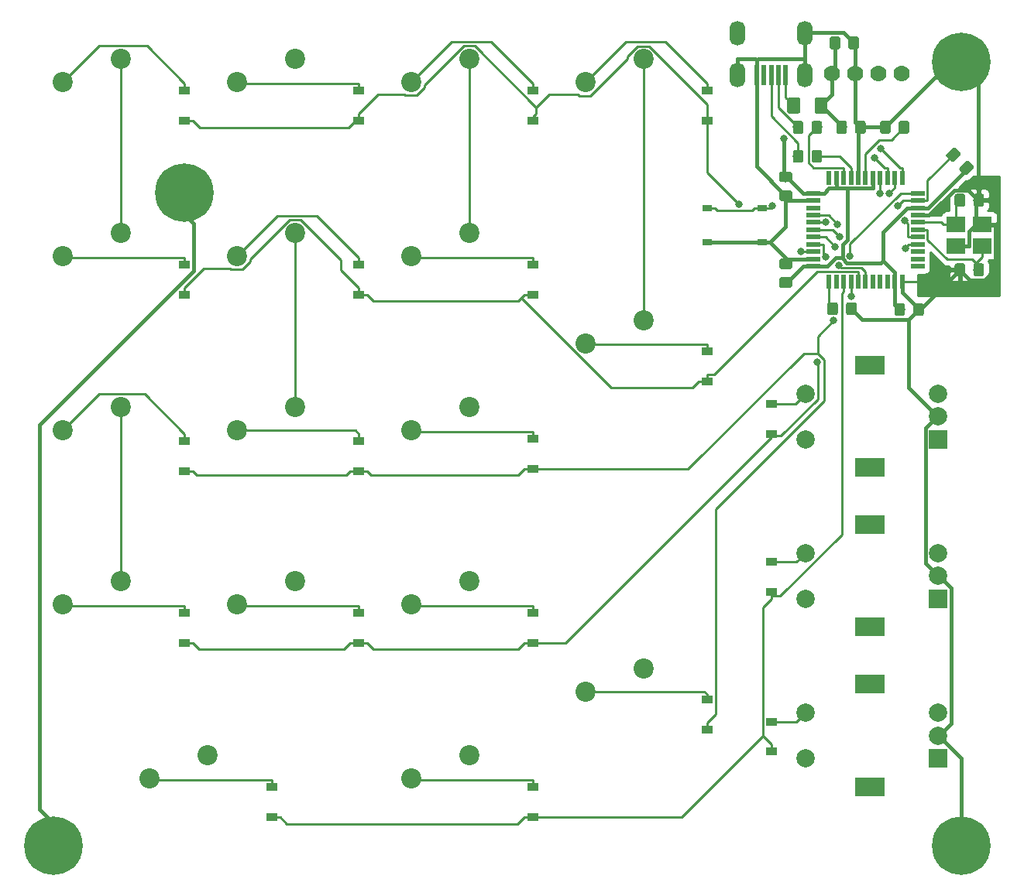
<source format=gbl>
G04 #@! TF.GenerationSoftware,KiCad,Pcbnew,(5.1.4)-1*
G04 #@! TF.CreationDate,2020-08-18T14:14:28-04:00*
G04 #@! TF.ProjectId,my_keyboard,6d795f6b-6579-4626-9f61-72642e6b6963,rev?*
G04 #@! TF.SameCoordinates,Original*
G04 #@! TF.FileFunction,Copper,L2,Bot*
G04 #@! TF.FilePolarity,Positive*
%FSLAX46Y46*%
G04 Gerber Fmt 4.6, Leading zero omitted, Abs format (unit mm)*
G04 Created by KiCad (PCBNEW (5.1.4)-1) date 2020-08-18 14:14:28*
%MOMM*%
%LPD*%
G04 APERTURE LIST*
%ADD10C,2.200000*%
%ADD11C,0.100000*%
%ADD12C,1.150000*%
%ADD13C,1.778000*%
%ADD14C,2.000000*%
%ADD15R,3.200000X2.000000*%
%ADD16R,2.000000X2.000000*%
%ADD17R,1.000000X0.750000*%
%ADD18C,1.425000*%
%ADD19R,0.550000X1.500000*%
%ADD20R,1.500000X0.550000*%
%ADD21R,2.100000X1.800000*%
%ADD22C,0.800000*%
%ADD23C,6.400000*%
%ADD24R,0.500000X2.250000*%
%ADD25O,1.700000X2.700000*%
%ADD26R,1.200000X0.900000*%
%ADD27C,0.381000*%
%ADD28C,0.254000*%
G04 APERTURE END LIST*
D10*
X158274000Y-129222000D03*
X164624000Y-126682000D03*
X158274000Y-91122400D03*
X164624000Y-88582400D03*
X110648000Y-138747000D03*
X116998000Y-136207000D03*
D11*
G36*
X191412505Y-66770004D02*
G01*
X191436773Y-66773604D01*
X191460572Y-66779565D01*
X191483671Y-66787830D01*
X191505850Y-66798320D01*
X191526893Y-66810932D01*
X191546599Y-66825547D01*
X191564777Y-66842023D01*
X191581253Y-66860201D01*
X191595868Y-66879907D01*
X191608480Y-66900950D01*
X191618970Y-66923129D01*
X191627235Y-66946228D01*
X191633196Y-66970027D01*
X191636796Y-66994295D01*
X191638000Y-67018799D01*
X191638000Y-67918801D01*
X191636796Y-67943305D01*
X191633196Y-67967573D01*
X191627235Y-67991372D01*
X191618970Y-68014471D01*
X191608480Y-68036650D01*
X191595868Y-68057693D01*
X191581253Y-68077399D01*
X191564777Y-68095577D01*
X191546599Y-68112053D01*
X191526893Y-68126668D01*
X191505850Y-68139280D01*
X191483671Y-68149770D01*
X191460572Y-68158035D01*
X191436773Y-68163996D01*
X191412505Y-68167596D01*
X191388001Y-68168800D01*
X190737999Y-68168800D01*
X190713495Y-68167596D01*
X190689227Y-68163996D01*
X190665428Y-68158035D01*
X190642329Y-68149770D01*
X190620150Y-68139280D01*
X190599107Y-68126668D01*
X190579401Y-68112053D01*
X190561223Y-68095577D01*
X190544747Y-68077399D01*
X190530132Y-68057693D01*
X190517520Y-68036650D01*
X190507030Y-68014471D01*
X190498765Y-67991372D01*
X190492804Y-67967573D01*
X190489204Y-67943305D01*
X190488000Y-67918801D01*
X190488000Y-67018799D01*
X190489204Y-66994295D01*
X190492804Y-66970027D01*
X190498765Y-66946228D01*
X190507030Y-66923129D01*
X190517520Y-66900950D01*
X190530132Y-66879907D01*
X190544747Y-66860201D01*
X190561223Y-66842023D01*
X190579401Y-66825547D01*
X190599107Y-66810932D01*
X190620150Y-66798320D01*
X190642329Y-66787830D01*
X190665428Y-66779565D01*
X190689227Y-66773604D01*
X190713495Y-66770004D01*
X190737999Y-66768800D01*
X191388001Y-66768800D01*
X191412505Y-66770004D01*
X191412505Y-66770004D01*
G37*
D12*
X191063000Y-67468800D03*
D11*
G36*
X193462505Y-66770004D02*
G01*
X193486773Y-66773604D01*
X193510572Y-66779565D01*
X193533671Y-66787830D01*
X193555850Y-66798320D01*
X193576893Y-66810932D01*
X193596599Y-66825547D01*
X193614777Y-66842023D01*
X193631253Y-66860201D01*
X193645868Y-66879907D01*
X193658480Y-66900950D01*
X193668970Y-66923129D01*
X193677235Y-66946228D01*
X193683196Y-66970027D01*
X193686796Y-66994295D01*
X193688000Y-67018799D01*
X193688000Y-67918801D01*
X193686796Y-67943305D01*
X193683196Y-67967573D01*
X193677235Y-67991372D01*
X193668970Y-68014471D01*
X193658480Y-68036650D01*
X193645868Y-68057693D01*
X193631253Y-68077399D01*
X193614777Y-68095577D01*
X193596599Y-68112053D01*
X193576893Y-68126668D01*
X193555850Y-68139280D01*
X193533671Y-68149770D01*
X193510572Y-68158035D01*
X193486773Y-68163996D01*
X193462505Y-68167596D01*
X193438001Y-68168800D01*
X192787999Y-68168800D01*
X192763495Y-68167596D01*
X192739227Y-68163996D01*
X192715428Y-68158035D01*
X192692329Y-68149770D01*
X192670150Y-68139280D01*
X192649107Y-68126668D01*
X192629401Y-68112053D01*
X192611223Y-68095577D01*
X192594747Y-68077399D01*
X192580132Y-68057693D01*
X192567520Y-68036650D01*
X192557030Y-68014471D01*
X192548765Y-67991372D01*
X192542804Y-67967573D01*
X192539204Y-67943305D01*
X192538000Y-67918801D01*
X192538000Y-67018799D01*
X192539204Y-66994295D01*
X192542804Y-66970027D01*
X192548765Y-66946228D01*
X192557030Y-66923129D01*
X192567520Y-66900950D01*
X192580132Y-66879907D01*
X192594747Y-66860201D01*
X192611223Y-66842023D01*
X192629401Y-66825547D01*
X192649107Y-66810932D01*
X192670150Y-66798320D01*
X192692329Y-66787830D01*
X192715428Y-66779565D01*
X192739227Y-66773604D01*
X192763495Y-66770004D01*
X192787999Y-66768800D01*
X193438001Y-66768800D01*
X193462505Y-66770004D01*
X193462505Y-66770004D01*
G37*
D12*
X193113000Y-67468800D03*
D13*
X185261000Y-61594900D03*
X187801000Y-61594900D03*
X190341000Y-61594900D03*
X192881000Y-61594900D03*
D10*
X101124000Y-62547400D03*
X107474000Y-60007400D03*
X107474000Y-79057400D03*
X101124000Y-81597400D03*
X101124000Y-100647400D03*
X107474000Y-98107400D03*
X107474000Y-117157000D03*
X101124000Y-119697000D03*
X126524000Y-60007400D03*
X120174000Y-62547400D03*
X120174000Y-81597400D03*
X126524000Y-79057400D03*
X126524000Y-98107400D03*
X120174000Y-100647400D03*
X120174000Y-119697000D03*
X126524000Y-117157000D03*
X145574000Y-136207000D03*
X139224000Y-138747000D03*
X139224000Y-62547400D03*
X145574000Y-60007400D03*
X145574000Y-79057400D03*
X139224000Y-81597400D03*
X139224000Y-100647400D03*
X145574000Y-98107400D03*
X145574000Y-117157000D03*
X139224000Y-119697000D03*
X164624000Y-60007400D03*
X158274000Y-62547400D03*
D14*
X182350000Y-96600000D03*
X182350000Y-101600000D03*
D15*
X189350000Y-93500000D03*
X189350000Y-104700000D03*
D14*
X196850000Y-96600000D03*
X196850000Y-99100000D03*
D16*
X196850000Y-101600000D03*
X196850000Y-136525000D03*
D14*
X196850000Y-134025000D03*
X196850000Y-131525000D03*
D15*
X189350000Y-139625000D03*
X189350000Y-128425000D03*
D14*
X182350000Y-136525000D03*
X182350000Y-131525000D03*
X182350000Y-114062000D03*
X182350000Y-119062000D03*
D15*
X189350000Y-110962000D03*
X189350000Y-122162000D03*
D14*
X196850000Y-114062000D03*
X196850000Y-116562000D03*
D16*
X196850000Y-119062000D03*
D17*
X171600000Y-80079400D03*
X177600000Y-76329400D03*
X177600000Y-80079400D03*
X171600000Y-76329400D03*
D11*
G36*
X195049505Y-86709004D02*
G01*
X195073773Y-86712604D01*
X195097572Y-86718565D01*
X195120671Y-86726830D01*
X195142850Y-86737320D01*
X195163893Y-86749932D01*
X195183599Y-86764547D01*
X195201777Y-86781023D01*
X195218253Y-86799201D01*
X195232868Y-86818907D01*
X195245480Y-86839950D01*
X195255970Y-86862129D01*
X195264235Y-86885228D01*
X195270196Y-86909027D01*
X195273796Y-86933295D01*
X195275000Y-86957799D01*
X195275000Y-87857801D01*
X195273796Y-87882305D01*
X195270196Y-87906573D01*
X195264235Y-87930372D01*
X195255970Y-87953471D01*
X195245480Y-87975650D01*
X195232868Y-87996693D01*
X195218253Y-88016399D01*
X195201777Y-88034577D01*
X195183599Y-88051053D01*
X195163893Y-88065668D01*
X195142850Y-88078280D01*
X195120671Y-88088770D01*
X195097572Y-88097035D01*
X195073773Y-88102996D01*
X195049505Y-88106596D01*
X195025001Y-88107800D01*
X194374999Y-88107800D01*
X194350495Y-88106596D01*
X194326227Y-88102996D01*
X194302428Y-88097035D01*
X194279329Y-88088770D01*
X194257150Y-88078280D01*
X194236107Y-88065668D01*
X194216401Y-88051053D01*
X194198223Y-88034577D01*
X194181747Y-88016399D01*
X194167132Y-87996693D01*
X194154520Y-87975650D01*
X194144030Y-87953471D01*
X194135765Y-87930372D01*
X194129804Y-87906573D01*
X194126204Y-87882305D01*
X194125000Y-87857801D01*
X194125000Y-86957799D01*
X194126204Y-86933295D01*
X194129804Y-86909027D01*
X194135765Y-86885228D01*
X194144030Y-86862129D01*
X194154520Y-86839950D01*
X194167132Y-86818907D01*
X194181747Y-86799201D01*
X194198223Y-86781023D01*
X194216401Y-86764547D01*
X194236107Y-86749932D01*
X194257150Y-86737320D01*
X194279329Y-86726830D01*
X194302428Y-86718565D01*
X194326227Y-86712604D01*
X194350495Y-86709004D01*
X194374999Y-86707800D01*
X195025001Y-86707800D01*
X195049505Y-86709004D01*
X195049505Y-86709004D01*
G37*
D12*
X194700000Y-87407800D03*
D11*
G36*
X192999505Y-86709004D02*
G01*
X193023773Y-86712604D01*
X193047572Y-86718565D01*
X193070671Y-86726830D01*
X193092850Y-86737320D01*
X193113893Y-86749932D01*
X193133599Y-86764547D01*
X193151777Y-86781023D01*
X193168253Y-86799201D01*
X193182868Y-86818907D01*
X193195480Y-86839950D01*
X193205970Y-86862129D01*
X193214235Y-86885228D01*
X193220196Y-86909027D01*
X193223796Y-86933295D01*
X193225000Y-86957799D01*
X193225000Y-87857801D01*
X193223796Y-87882305D01*
X193220196Y-87906573D01*
X193214235Y-87930372D01*
X193205970Y-87953471D01*
X193195480Y-87975650D01*
X193182868Y-87996693D01*
X193168253Y-88016399D01*
X193151777Y-88034577D01*
X193133599Y-88051053D01*
X193113893Y-88065668D01*
X193092850Y-88078280D01*
X193070671Y-88088770D01*
X193047572Y-88097035D01*
X193023773Y-88102996D01*
X192999505Y-88106596D01*
X192975001Y-88107800D01*
X192324999Y-88107800D01*
X192300495Y-88106596D01*
X192276227Y-88102996D01*
X192252428Y-88097035D01*
X192229329Y-88088770D01*
X192207150Y-88078280D01*
X192186107Y-88065668D01*
X192166401Y-88051053D01*
X192148223Y-88034577D01*
X192131747Y-88016399D01*
X192117132Y-87996693D01*
X192104520Y-87975650D01*
X192094030Y-87953471D01*
X192085765Y-87930372D01*
X192079804Y-87906573D01*
X192076204Y-87882305D01*
X192075000Y-87857801D01*
X192075000Y-86957799D01*
X192076204Y-86933295D01*
X192079804Y-86909027D01*
X192085765Y-86885228D01*
X192094030Y-86862129D01*
X192104520Y-86839950D01*
X192117132Y-86818907D01*
X192131747Y-86799201D01*
X192148223Y-86781023D01*
X192166401Y-86764547D01*
X192186107Y-86749932D01*
X192207150Y-86737320D01*
X192229329Y-86726830D01*
X192252428Y-86718565D01*
X192276227Y-86712604D01*
X192300495Y-86709004D01*
X192324999Y-86707800D01*
X192975001Y-86707800D01*
X192999505Y-86709004D01*
X192999505Y-86709004D01*
G37*
D12*
X192650000Y-87407800D03*
D11*
G36*
X180655505Y-81840204D02*
G01*
X180679773Y-81843804D01*
X180703572Y-81849765D01*
X180726671Y-81858030D01*
X180748850Y-81868520D01*
X180769893Y-81881132D01*
X180789599Y-81895747D01*
X180807777Y-81912223D01*
X180824253Y-81930401D01*
X180838868Y-81950107D01*
X180851480Y-81971150D01*
X180861970Y-81993329D01*
X180870235Y-82016428D01*
X180876196Y-82040227D01*
X180879796Y-82064495D01*
X180881000Y-82088999D01*
X180881000Y-82739001D01*
X180879796Y-82763505D01*
X180876196Y-82787773D01*
X180870235Y-82811572D01*
X180861970Y-82834671D01*
X180851480Y-82856850D01*
X180838868Y-82877893D01*
X180824253Y-82897599D01*
X180807777Y-82915777D01*
X180789599Y-82932253D01*
X180769893Y-82946868D01*
X180748850Y-82959480D01*
X180726671Y-82969970D01*
X180703572Y-82978235D01*
X180679773Y-82984196D01*
X180655505Y-82987796D01*
X180631001Y-82989000D01*
X179730999Y-82989000D01*
X179706495Y-82987796D01*
X179682227Y-82984196D01*
X179658428Y-82978235D01*
X179635329Y-82969970D01*
X179613150Y-82959480D01*
X179592107Y-82946868D01*
X179572401Y-82932253D01*
X179554223Y-82915777D01*
X179537747Y-82897599D01*
X179523132Y-82877893D01*
X179510520Y-82856850D01*
X179500030Y-82834671D01*
X179491765Y-82811572D01*
X179485804Y-82787773D01*
X179482204Y-82763505D01*
X179481000Y-82739001D01*
X179481000Y-82088999D01*
X179482204Y-82064495D01*
X179485804Y-82040227D01*
X179491765Y-82016428D01*
X179500030Y-81993329D01*
X179510520Y-81971150D01*
X179523132Y-81950107D01*
X179537747Y-81930401D01*
X179554223Y-81912223D01*
X179572401Y-81895747D01*
X179592107Y-81881132D01*
X179613150Y-81868520D01*
X179635329Y-81858030D01*
X179658428Y-81849765D01*
X179682227Y-81843804D01*
X179706495Y-81840204D01*
X179730999Y-81839000D01*
X180631001Y-81839000D01*
X180655505Y-81840204D01*
X180655505Y-81840204D01*
G37*
D12*
X180181000Y-82414000D03*
D11*
G36*
X180655505Y-83890204D02*
G01*
X180679773Y-83893804D01*
X180703572Y-83899765D01*
X180726671Y-83908030D01*
X180748850Y-83918520D01*
X180769893Y-83931132D01*
X180789599Y-83945747D01*
X180807777Y-83962223D01*
X180824253Y-83980401D01*
X180838868Y-84000107D01*
X180851480Y-84021150D01*
X180861970Y-84043329D01*
X180870235Y-84066428D01*
X180876196Y-84090227D01*
X180879796Y-84114495D01*
X180881000Y-84138999D01*
X180881000Y-84789001D01*
X180879796Y-84813505D01*
X180876196Y-84837773D01*
X180870235Y-84861572D01*
X180861970Y-84884671D01*
X180851480Y-84906850D01*
X180838868Y-84927893D01*
X180824253Y-84947599D01*
X180807777Y-84965777D01*
X180789599Y-84982253D01*
X180769893Y-84996868D01*
X180748850Y-85009480D01*
X180726671Y-85019970D01*
X180703572Y-85028235D01*
X180679773Y-85034196D01*
X180655505Y-85037796D01*
X180631001Y-85039000D01*
X179730999Y-85039000D01*
X179706495Y-85037796D01*
X179682227Y-85034196D01*
X179658428Y-85028235D01*
X179635329Y-85019970D01*
X179613150Y-85009480D01*
X179592107Y-84996868D01*
X179572401Y-84982253D01*
X179554223Y-84965777D01*
X179537747Y-84947599D01*
X179523132Y-84927893D01*
X179510520Y-84906850D01*
X179500030Y-84884671D01*
X179491765Y-84861572D01*
X179485804Y-84837773D01*
X179482204Y-84813505D01*
X179481000Y-84789001D01*
X179481000Y-84138999D01*
X179482204Y-84114495D01*
X179485804Y-84090227D01*
X179491765Y-84066428D01*
X179500030Y-84043329D01*
X179510520Y-84021150D01*
X179523132Y-84000107D01*
X179537747Y-83980401D01*
X179554223Y-83962223D01*
X179572401Y-83945747D01*
X179592107Y-83931132D01*
X179613150Y-83918520D01*
X179635329Y-83908030D01*
X179658428Y-83899765D01*
X179682227Y-83893804D01*
X179706495Y-83890204D01*
X179730999Y-83889000D01*
X180631001Y-83889000D01*
X180655505Y-83890204D01*
X180655505Y-83890204D01*
G37*
D12*
X180181000Y-84464000D03*
D11*
G36*
X180655505Y-72315204D02*
G01*
X180679773Y-72318804D01*
X180703572Y-72324765D01*
X180726671Y-72333030D01*
X180748850Y-72343520D01*
X180769893Y-72356132D01*
X180789599Y-72370747D01*
X180807777Y-72387223D01*
X180824253Y-72405401D01*
X180838868Y-72425107D01*
X180851480Y-72446150D01*
X180861970Y-72468329D01*
X180870235Y-72491428D01*
X180876196Y-72515227D01*
X180879796Y-72539495D01*
X180881000Y-72563999D01*
X180881000Y-73214001D01*
X180879796Y-73238505D01*
X180876196Y-73262773D01*
X180870235Y-73286572D01*
X180861970Y-73309671D01*
X180851480Y-73331850D01*
X180838868Y-73352893D01*
X180824253Y-73372599D01*
X180807777Y-73390777D01*
X180789599Y-73407253D01*
X180769893Y-73421868D01*
X180748850Y-73434480D01*
X180726671Y-73444970D01*
X180703572Y-73453235D01*
X180679773Y-73459196D01*
X180655505Y-73462796D01*
X180631001Y-73464000D01*
X179730999Y-73464000D01*
X179706495Y-73462796D01*
X179682227Y-73459196D01*
X179658428Y-73453235D01*
X179635329Y-73444970D01*
X179613150Y-73434480D01*
X179592107Y-73421868D01*
X179572401Y-73407253D01*
X179554223Y-73390777D01*
X179537747Y-73372599D01*
X179523132Y-73352893D01*
X179510520Y-73331850D01*
X179500030Y-73309671D01*
X179491765Y-73286572D01*
X179485804Y-73262773D01*
X179482204Y-73238505D01*
X179481000Y-73214001D01*
X179481000Y-72563999D01*
X179482204Y-72539495D01*
X179485804Y-72515227D01*
X179491765Y-72491428D01*
X179500030Y-72468329D01*
X179510520Y-72446150D01*
X179523132Y-72425107D01*
X179537747Y-72405401D01*
X179554223Y-72387223D01*
X179572401Y-72370747D01*
X179592107Y-72356132D01*
X179613150Y-72343520D01*
X179635329Y-72333030D01*
X179658428Y-72324765D01*
X179682227Y-72318804D01*
X179706495Y-72315204D01*
X179730999Y-72314000D01*
X180631001Y-72314000D01*
X180655505Y-72315204D01*
X180655505Y-72315204D01*
G37*
D12*
X180181000Y-72889000D03*
D11*
G36*
X180655505Y-74365204D02*
G01*
X180679773Y-74368804D01*
X180703572Y-74374765D01*
X180726671Y-74383030D01*
X180748850Y-74393520D01*
X180769893Y-74406132D01*
X180789599Y-74420747D01*
X180807777Y-74437223D01*
X180824253Y-74455401D01*
X180838868Y-74475107D01*
X180851480Y-74496150D01*
X180861970Y-74518329D01*
X180870235Y-74541428D01*
X180876196Y-74565227D01*
X180879796Y-74589495D01*
X180881000Y-74613999D01*
X180881000Y-75264001D01*
X180879796Y-75288505D01*
X180876196Y-75312773D01*
X180870235Y-75336572D01*
X180861970Y-75359671D01*
X180851480Y-75381850D01*
X180838868Y-75402893D01*
X180824253Y-75422599D01*
X180807777Y-75440777D01*
X180789599Y-75457253D01*
X180769893Y-75471868D01*
X180748850Y-75484480D01*
X180726671Y-75494970D01*
X180703572Y-75503235D01*
X180679773Y-75509196D01*
X180655505Y-75512796D01*
X180631001Y-75514000D01*
X179730999Y-75514000D01*
X179706495Y-75512796D01*
X179682227Y-75509196D01*
X179658428Y-75503235D01*
X179635329Y-75494970D01*
X179613150Y-75484480D01*
X179592107Y-75471868D01*
X179572401Y-75457253D01*
X179554223Y-75440777D01*
X179537747Y-75422599D01*
X179523132Y-75402893D01*
X179510520Y-75381850D01*
X179500030Y-75359671D01*
X179491765Y-75336572D01*
X179485804Y-75312773D01*
X179482204Y-75288505D01*
X179481000Y-75264001D01*
X179481000Y-74613999D01*
X179482204Y-74589495D01*
X179485804Y-74565227D01*
X179491765Y-74541428D01*
X179500030Y-74518329D01*
X179510520Y-74496150D01*
X179523132Y-74475107D01*
X179537747Y-74455401D01*
X179554223Y-74437223D01*
X179572401Y-74420747D01*
X179592107Y-74406132D01*
X179613150Y-74393520D01*
X179635329Y-74383030D01*
X179658428Y-74374765D01*
X179682227Y-74368804D01*
X179706495Y-74365204D01*
X179730999Y-74364000D01*
X180631001Y-74364000D01*
X180655505Y-74365204D01*
X180655505Y-74365204D01*
G37*
D12*
X180181000Y-74939000D03*
D11*
G36*
X199572505Y-82359304D02*
G01*
X199596773Y-82362904D01*
X199620572Y-82368865D01*
X199643671Y-82377130D01*
X199665850Y-82387620D01*
X199686893Y-82400232D01*
X199706599Y-82414847D01*
X199724777Y-82431323D01*
X199741253Y-82449501D01*
X199755868Y-82469207D01*
X199768480Y-82490250D01*
X199778970Y-82512429D01*
X199787235Y-82535528D01*
X199793196Y-82559327D01*
X199796796Y-82583595D01*
X199798000Y-82608099D01*
X199798000Y-83508101D01*
X199796796Y-83532605D01*
X199793196Y-83556873D01*
X199787235Y-83580672D01*
X199778970Y-83603771D01*
X199768480Y-83625950D01*
X199755868Y-83646993D01*
X199741253Y-83666699D01*
X199724777Y-83684877D01*
X199706599Y-83701353D01*
X199686893Y-83715968D01*
X199665850Y-83728580D01*
X199643671Y-83739070D01*
X199620572Y-83747335D01*
X199596773Y-83753296D01*
X199572505Y-83756896D01*
X199548001Y-83758100D01*
X198897999Y-83758100D01*
X198873495Y-83756896D01*
X198849227Y-83753296D01*
X198825428Y-83747335D01*
X198802329Y-83739070D01*
X198780150Y-83728580D01*
X198759107Y-83715968D01*
X198739401Y-83701353D01*
X198721223Y-83684877D01*
X198704747Y-83666699D01*
X198690132Y-83646993D01*
X198677520Y-83625950D01*
X198667030Y-83603771D01*
X198658765Y-83580672D01*
X198652804Y-83556873D01*
X198649204Y-83532605D01*
X198648000Y-83508101D01*
X198648000Y-82608099D01*
X198649204Y-82583595D01*
X198652804Y-82559327D01*
X198658765Y-82535528D01*
X198667030Y-82512429D01*
X198677520Y-82490250D01*
X198690132Y-82469207D01*
X198704747Y-82449501D01*
X198721223Y-82431323D01*
X198739401Y-82414847D01*
X198759107Y-82400232D01*
X198780150Y-82387620D01*
X198802329Y-82377130D01*
X198825428Y-82368865D01*
X198849227Y-82362904D01*
X198873495Y-82359304D01*
X198897999Y-82358100D01*
X199548001Y-82358100D01*
X199572505Y-82359304D01*
X199572505Y-82359304D01*
G37*
D12*
X199223000Y-83058100D03*
D11*
G36*
X201622505Y-82359304D02*
G01*
X201646773Y-82362904D01*
X201670572Y-82368865D01*
X201693671Y-82377130D01*
X201715850Y-82387620D01*
X201736893Y-82400232D01*
X201756599Y-82414847D01*
X201774777Y-82431323D01*
X201791253Y-82449501D01*
X201805868Y-82469207D01*
X201818480Y-82490250D01*
X201828970Y-82512429D01*
X201837235Y-82535528D01*
X201843196Y-82559327D01*
X201846796Y-82583595D01*
X201848000Y-82608099D01*
X201848000Y-83508101D01*
X201846796Y-83532605D01*
X201843196Y-83556873D01*
X201837235Y-83580672D01*
X201828970Y-83603771D01*
X201818480Y-83625950D01*
X201805868Y-83646993D01*
X201791253Y-83666699D01*
X201774777Y-83684877D01*
X201756599Y-83701353D01*
X201736893Y-83715968D01*
X201715850Y-83728580D01*
X201693671Y-83739070D01*
X201670572Y-83747335D01*
X201646773Y-83753296D01*
X201622505Y-83756896D01*
X201598001Y-83758100D01*
X200947999Y-83758100D01*
X200923495Y-83756896D01*
X200899227Y-83753296D01*
X200875428Y-83747335D01*
X200852329Y-83739070D01*
X200830150Y-83728580D01*
X200809107Y-83715968D01*
X200789401Y-83701353D01*
X200771223Y-83684877D01*
X200754747Y-83666699D01*
X200740132Y-83646993D01*
X200727520Y-83625950D01*
X200717030Y-83603771D01*
X200708765Y-83580672D01*
X200702804Y-83556873D01*
X200699204Y-83532605D01*
X200698000Y-83508101D01*
X200698000Y-82608099D01*
X200699204Y-82583595D01*
X200702804Y-82559327D01*
X200708765Y-82535528D01*
X200717030Y-82512429D01*
X200727520Y-82490250D01*
X200740132Y-82469207D01*
X200754747Y-82449501D01*
X200771223Y-82431323D01*
X200789401Y-82414847D01*
X200809107Y-82400232D01*
X200830150Y-82387620D01*
X200852329Y-82377130D01*
X200875428Y-82368865D01*
X200899227Y-82362904D01*
X200923495Y-82359304D01*
X200947999Y-82358100D01*
X201598001Y-82358100D01*
X201622505Y-82359304D01*
X201622505Y-82359304D01*
G37*
D12*
X201273000Y-83058100D03*
D11*
G36*
X199572505Y-74739304D02*
G01*
X199596773Y-74742904D01*
X199620572Y-74748865D01*
X199643671Y-74757130D01*
X199665850Y-74767620D01*
X199686893Y-74780232D01*
X199706599Y-74794847D01*
X199724777Y-74811323D01*
X199741253Y-74829501D01*
X199755868Y-74849207D01*
X199768480Y-74870250D01*
X199778970Y-74892429D01*
X199787235Y-74915528D01*
X199793196Y-74939327D01*
X199796796Y-74963595D01*
X199798000Y-74988099D01*
X199798000Y-75888101D01*
X199796796Y-75912605D01*
X199793196Y-75936873D01*
X199787235Y-75960672D01*
X199778970Y-75983771D01*
X199768480Y-76005950D01*
X199755868Y-76026993D01*
X199741253Y-76046699D01*
X199724777Y-76064877D01*
X199706599Y-76081353D01*
X199686893Y-76095968D01*
X199665850Y-76108580D01*
X199643671Y-76119070D01*
X199620572Y-76127335D01*
X199596773Y-76133296D01*
X199572505Y-76136896D01*
X199548001Y-76138100D01*
X198897999Y-76138100D01*
X198873495Y-76136896D01*
X198849227Y-76133296D01*
X198825428Y-76127335D01*
X198802329Y-76119070D01*
X198780150Y-76108580D01*
X198759107Y-76095968D01*
X198739401Y-76081353D01*
X198721223Y-76064877D01*
X198704747Y-76046699D01*
X198690132Y-76026993D01*
X198677520Y-76005950D01*
X198667030Y-75983771D01*
X198658765Y-75960672D01*
X198652804Y-75936873D01*
X198649204Y-75912605D01*
X198648000Y-75888101D01*
X198648000Y-74988099D01*
X198649204Y-74963595D01*
X198652804Y-74939327D01*
X198658765Y-74915528D01*
X198667030Y-74892429D01*
X198677520Y-74870250D01*
X198690132Y-74849207D01*
X198704747Y-74829501D01*
X198721223Y-74811323D01*
X198739401Y-74794847D01*
X198759107Y-74780232D01*
X198780150Y-74767620D01*
X198802329Y-74757130D01*
X198825428Y-74748865D01*
X198849227Y-74742904D01*
X198873495Y-74739304D01*
X198897999Y-74738100D01*
X199548001Y-74738100D01*
X199572505Y-74739304D01*
X199572505Y-74739304D01*
G37*
D12*
X199223000Y-75438100D03*
D11*
G36*
X201622505Y-74739304D02*
G01*
X201646773Y-74742904D01*
X201670572Y-74748865D01*
X201693671Y-74757130D01*
X201715850Y-74767620D01*
X201736893Y-74780232D01*
X201756599Y-74794847D01*
X201774777Y-74811323D01*
X201791253Y-74829501D01*
X201805868Y-74849207D01*
X201818480Y-74870250D01*
X201828970Y-74892429D01*
X201837235Y-74915528D01*
X201843196Y-74939327D01*
X201846796Y-74963595D01*
X201848000Y-74988099D01*
X201848000Y-75888101D01*
X201846796Y-75912605D01*
X201843196Y-75936873D01*
X201837235Y-75960672D01*
X201828970Y-75983771D01*
X201818480Y-76005950D01*
X201805868Y-76026993D01*
X201791253Y-76046699D01*
X201774777Y-76064877D01*
X201756599Y-76081353D01*
X201736893Y-76095968D01*
X201715850Y-76108580D01*
X201693671Y-76119070D01*
X201670572Y-76127335D01*
X201646773Y-76133296D01*
X201622505Y-76136896D01*
X201598001Y-76138100D01*
X200947999Y-76138100D01*
X200923495Y-76136896D01*
X200899227Y-76133296D01*
X200875428Y-76127335D01*
X200852329Y-76119070D01*
X200830150Y-76108580D01*
X200809107Y-76095968D01*
X200789401Y-76081353D01*
X200771223Y-76064877D01*
X200754747Y-76046699D01*
X200740132Y-76026993D01*
X200727520Y-76005950D01*
X200717030Y-75983771D01*
X200708765Y-75960672D01*
X200702804Y-75936873D01*
X200699204Y-75912605D01*
X200698000Y-75888101D01*
X200698000Y-74988099D01*
X200699204Y-74963595D01*
X200702804Y-74939327D01*
X200708765Y-74915528D01*
X200717030Y-74892429D01*
X200727520Y-74870250D01*
X200740132Y-74849207D01*
X200754747Y-74829501D01*
X200771223Y-74811323D01*
X200789401Y-74794847D01*
X200809107Y-74780232D01*
X200830150Y-74767620D01*
X200852329Y-74757130D01*
X200875428Y-74748865D01*
X200899227Y-74742904D01*
X200923495Y-74739304D01*
X200947999Y-74738100D01*
X201598001Y-74738100D01*
X201622505Y-74739304D01*
X201622505Y-74739304D01*
G37*
D12*
X201273000Y-75438100D03*
D11*
G36*
X186649505Y-66770004D02*
G01*
X186673773Y-66773604D01*
X186697572Y-66779565D01*
X186720671Y-66787830D01*
X186742850Y-66798320D01*
X186763893Y-66810932D01*
X186783599Y-66825547D01*
X186801777Y-66842023D01*
X186818253Y-66860201D01*
X186832868Y-66879907D01*
X186845480Y-66900950D01*
X186855970Y-66923129D01*
X186864235Y-66946228D01*
X186870196Y-66970027D01*
X186873796Y-66994295D01*
X186875000Y-67018799D01*
X186875000Y-67918801D01*
X186873796Y-67943305D01*
X186870196Y-67967573D01*
X186864235Y-67991372D01*
X186855970Y-68014471D01*
X186845480Y-68036650D01*
X186832868Y-68057693D01*
X186818253Y-68077399D01*
X186801777Y-68095577D01*
X186783599Y-68112053D01*
X186763893Y-68126668D01*
X186742850Y-68139280D01*
X186720671Y-68149770D01*
X186697572Y-68158035D01*
X186673773Y-68163996D01*
X186649505Y-68167596D01*
X186625001Y-68168800D01*
X185974999Y-68168800D01*
X185950495Y-68167596D01*
X185926227Y-68163996D01*
X185902428Y-68158035D01*
X185879329Y-68149770D01*
X185857150Y-68139280D01*
X185836107Y-68126668D01*
X185816401Y-68112053D01*
X185798223Y-68095577D01*
X185781747Y-68077399D01*
X185767132Y-68057693D01*
X185754520Y-68036650D01*
X185744030Y-68014471D01*
X185735765Y-67991372D01*
X185729804Y-67967573D01*
X185726204Y-67943305D01*
X185725000Y-67918801D01*
X185725000Y-67018799D01*
X185726204Y-66994295D01*
X185729804Y-66970027D01*
X185735765Y-66946228D01*
X185744030Y-66923129D01*
X185754520Y-66900950D01*
X185767132Y-66879907D01*
X185781747Y-66860201D01*
X185798223Y-66842023D01*
X185816401Y-66825547D01*
X185836107Y-66810932D01*
X185857150Y-66798320D01*
X185879329Y-66787830D01*
X185902428Y-66779565D01*
X185926227Y-66773604D01*
X185950495Y-66770004D01*
X185974999Y-66768800D01*
X186625001Y-66768800D01*
X186649505Y-66770004D01*
X186649505Y-66770004D01*
G37*
D12*
X186300000Y-67468800D03*
D11*
G36*
X188699505Y-66770004D02*
G01*
X188723773Y-66773604D01*
X188747572Y-66779565D01*
X188770671Y-66787830D01*
X188792850Y-66798320D01*
X188813893Y-66810932D01*
X188833599Y-66825547D01*
X188851777Y-66842023D01*
X188868253Y-66860201D01*
X188882868Y-66879907D01*
X188895480Y-66900950D01*
X188905970Y-66923129D01*
X188914235Y-66946228D01*
X188920196Y-66970027D01*
X188923796Y-66994295D01*
X188925000Y-67018799D01*
X188925000Y-67918801D01*
X188923796Y-67943305D01*
X188920196Y-67967573D01*
X188914235Y-67991372D01*
X188905970Y-68014471D01*
X188895480Y-68036650D01*
X188882868Y-68057693D01*
X188868253Y-68077399D01*
X188851777Y-68095577D01*
X188833599Y-68112053D01*
X188813893Y-68126668D01*
X188792850Y-68139280D01*
X188770671Y-68149770D01*
X188747572Y-68158035D01*
X188723773Y-68163996D01*
X188699505Y-68167596D01*
X188675001Y-68168800D01*
X188024999Y-68168800D01*
X188000495Y-68167596D01*
X187976227Y-68163996D01*
X187952428Y-68158035D01*
X187929329Y-68149770D01*
X187907150Y-68139280D01*
X187886107Y-68126668D01*
X187866401Y-68112053D01*
X187848223Y-68095577D01*
X187831747Y-68077399D01*
X187817132Y-68057693D01*
X187804520Y-68036650D01*
X187794030Y-68014471D01*
X187785765Y-67991372D01*
X187779804Y-67967573D01*
X187776204Y-67943305D01*
X187775000Y-67918801D01*
X187775000Y-67018799D01*
X187776204Y-66994295D01*
X187779804Y-66970027D01*
X187785765Y-66946228D01*
X187794030Y-66923129D01*
X187804520Y-66900950D01*
X187817132Y-66879907D01*
X187831747Y-66860201D01*
X187848223Y-66842023D01*
X187866401Y-66825547D01*
X187886107Y-66810932D01*
X187907150Y-66798320D01*
X187929329Y-66787830D01*
X187952428Y-66779565D01*
X187976227Y-66773604D01*
X188000495Y-66770004D01*
X188024999Y-66768800D01*
X188675001Y-66768800D01*
X188699505Y-66770004D01*
X188699505Y-66770004D01*
G37*
D12*
X188350000Y-67468800D03*
D11*
G36*
X187968505Y-57530604D02*
G01*
X187992773Y-57534204D01*
X188016572Y-57540165D01*
X188039671Y-57548430D01*
X188061850Y-57558920D01*
X188082893Y-57571532D01*
X188102599Y-57586147D01*
X188120777Y-57602623D01*
X188137253Y-57620801D01*
X188151868Y-57640507D01*
X188164480Y-57661550D01*
X188174970Y-57683729D01*
X188183235Y-57706828D01*
X188189196Y-57730627D01*
X188192796Y-57754895D01*
X188194000Y-57779399D01*
X188194000Y-58679401D01*
X188192796Y-58703905D01*
X188189196Y-58728173D01*
X188183235Y-58751972D01*
X188174970Y-58775071D01*
X188164480Y-58797250D01*
X188151868Y-58818293D01*
X188137253Y-58837999D01*
X188120777Y-58856177D01*
X188102599Y-58872653D01*
X188082893Y-58887268D01*
X188061850Y-58899880D01*
X188039671Y-58910370D01*
X188016572Y-58918635D01*
X187992773Y-58924596D01*
X187968505Y-58928196D01*
X187944001Y-58929400D01*
X187293999Y-58929400D01*
X187269495Y-58928196D01*
X187245227Y-58924596D01*
X187221428Y-58918635D01*
X187198329Y-58910370D01*
X187176150Y-58899880D01*
X187155107Y-58887268D01*
X187135401Y-58872653D01*
X187117223Y-58856177D01*
X187100747Y-58837999D01*
X187086132Y-58818293D01*
X187073520Y-58797250D01*
X187063030Y-58775071D01*
X187054765Y-58751972D01*
X187048804Y-58728173D01*
X187045204Y-58703905D01*
X187044000Y-58679401D01*
X187044000Y-57779399D01*
X187045204Y-57754895D01*
X187048804Y-57730627D01*
X187054765Y-57706828D01*
X187063030Y-57683729D01*
X187073520Y-57661550D01*
X187086132Y-57640507D01*
X187100747Y-57620801D01*
X187117223Y-57602623D01*
X187135401Y-57586147D01*
X187155107Y-57571532D01*
X187176150Y-57558920D01*
X187198329Y-57548430D01*
X187221428Y-57540165D01*
X187245227Y-57534204D01*
X187269495Y-57530604D01*
X187293999Y-57529400D01*
X187944001Y-57529400D01*
X187968505Y-57530604D01*
X187968505Y-57530604D01*
G37*
D12*
X187619000Y-58229400D03*
D11*
G36*
X185918505Y-57530604D02*
G01*
X185942773Y-57534204D01*
X185966572Y-57540165D01*
X185989671Y-57548430D01*
X186011850Y-57558920D01*
X186032893Y-57571532D01*
X186052599Y-57586147D01*
X186070777Y-57602623D01*
X186087253Y-57620801D01*
X186101868Y-57640507D01*
X186114480Y-57661550D01*
X186124970Y-57683729D01*
X186133235Y-57706828D01*
X186139196Y-57730627D01*
X186142796Y-57754895D01*
X186144000Y-57779399D01*
X186144000Y-58679401D01*
X186142796Y-58703905D01*
X186139196Y-58728173D01*
X186133235Y-58751972D01*
X186124970Y-58775071D01*
X186114480Y-58797250D01*
X186101868Y-58818293D01*
X186087253Y-58837999D01*
X186070777Y-58856177D01*
X186052599Y-58872653D01*
X186032893Y-58887268D01*
X186011850Y-58899880D01*
X185989671Y-58910370D01*
X185966572Y-58918635D01*
X185942773Y-58924596D01*
X185918505Y-58928196D01*
X185894001Y-58929400D01*
X185243999Y-58929400D01*
X185219495Y-58928196D01*
X185195227Y-58924596D01*
X185171428Y-58918635D01*
X185148329Y-58910370D01*
X185126150Y-58899880D01*
X185105107Y-58887268D01*
X185085401Y-58872653D01*
X185067223Y-58856177D01*
X185050747Y-58837999D01*
X185036132Y-58818293D01*
X185023520Y-58797250D01*
X185013030Y-58775071D01*
X185004765Y-58751972D01*
X184998804Y-58728173D01*
X184995204Y-58703905D01*
X184994000Y-58679401D01*
X184994000Y-57779399D01*
X184995204Y-57754895D01*
X184998804Y-57730627D01*
X185004765Y-57706828D01*
X185013030Y-57683729D01*
X185023520Y-57661550D01*
X185036132Y-57640507D01*
X185050747Y-57620801D01*
X185067223Y-57602623D01*
X185085401Y-57586147D01*
X185105107Y-57571532D01*
X185126150Y-57558920D01*
X185148329Y-57548430D01*
X185171428Y-57540165D01*
X185195227Y-57534204D01*
X185219495Y-57530604D01*
X185243999Y-57529400D01*
X185894001Y-57529400D01*
X185918505Y-57530604D01*
X185918505Y-57530604D01*
G37*
D12*
X185569000Y-58229400D03*
D11*
G36*
X184536504Y-64213704D02*
G01*
X184560773Y-64217304D01*
X184584571Y-64223265D01*
X184607671Y-64231530D01*
X184629849Y-64242020D01*
X184650893Y-64254633D01*
X184670598Y-64269247D01*
X184688777Y-64285723D01*
X184705253Y-64303902D01*
X184719867Y-64323607D01*
X184732480Y-64344651D01*
X184742970Y-64366829D01*
X184751235Y-64389929D01*
X184757196Y-64413727D01*
X184760796Y-64437996D01*
X184762000Y-64462500D01*
X184762000Y-65712500D01*
X184760796Y-65737004D01*
X184757196Y-65761273D01*
X184751235Y-65785071D01*
X184742970Y-65808171D01*
X184732480Y-65830349D01*
X184719867Y-65851393D01*
X184705253Y-65871098D01*
X184688777Y-65889277D01*
X184670598Y-65905753D01*
X184650893Y-65920367D01*
X184629849Y-65932980D01*
X184607671Y-65943470D01*
X184584571Y-65951735D01*
X184560773Y-65957696D01*
X184536504Y-65961296D01*
X184512000Y-65962500D01*
X183587000Y-65962500D01*
X183562496Y-65961296D01*
X183538227Y-65957696D01*
X183514429Y-65951735D01*
X183491329Y-65943470D01*
X183469151Y-65932980D01*
X183448107Y-65920367D01*
X183428402Y-65905753D01*
X183410223Y-65889277D01*
X183393747Y-65871098D01*
X183379133Y-65851393D01*
X183366520Y-65830349D01*
X183356030Y-65808171D01*
X183347765Y-65785071D01*
X183341804Y-65761273D01*
X183338204Y-65737004D01*
X183337000Y-65712500D01*
X183337000Y-64462500D01*
X183338204Y-64437996D01*
X183341804Y-64413727D01*
X183347765Y-64389929D01*
X183356030Y-64366829D01*
X183366520Y-64344651D01*
X183379133Y-64323607D01*
X183393747Y-64303902D01*
X183410223Y-64285723D01*
X183428402Y-64269247D01*
X183448107Y-64254633D01*
X183469151Y-64242020D01*
X183491329Y-64231530D01*
X183514429Y-64223265D01*
X183538227Y-64217304D01*
X183562496Y-64213704D01*
X183587000Y-64212500D01*
X184512000Y-64212500D01*
X184536504Y-64213704D01*
X184536504Y-64213704D01*
G37*
D18*
X184049500Y-65087500D03*
D11*
G36*
X181561504Y-64213704D02*
G01*
X181585773Y-64217304D01*
X181609571Y-64223265D01*
X181632671Y-64231530D01*
X181654849Y-64242020D01*
X181675893Y-64254633D01*
X181695598Y-64269247D01*
X181713777Y-64285723D01*
X181730253Y-64303902D01*
X181744867Y-64323607D01*
X181757480Y-64344651D01*
X181767970Y-64366829D01*
X181776235Y-64389929D01*
X181782196Y-64413727D01*
X181785796Y-64437996D01*
X181787000Y-64462500D01*
X181787000Y-65712500D01*
X181785796Y-65737004D01*
X181782196Y-65761273D01*
X181776235Y-65785071D01*
X181767970Y-65808171D01*
X181757480Y-65830349D01*
X181744867Y-65851393D01*
X181730253Y-65871098D01*
X181713777Y-65889277D01*
X181695598Y-65905753D01*
X181675893Y-65920367D01*
X181654849Y-65932980D01*
X181632671Y-65943470D01*
X181609571Y-65951735D01*
X181585773Y-65957696D01*
X181561504Y-65961296D01*
X181537000Y-65962500D01*
X180612000Y-65962500D01*
X180587496Y-65961296D01*
X180563227Y-65957696D01*
X180539429Y-65951735D01*
X180516329Y-65943470D01*
X180494151Y-65932980D01*
X180473107Y-65920367D01*
X180453402Y-65905753D01*
X180435223Y-65889277D01*
X180418747Y-65871098D01*
X180404133Y-65851393D01*
X180391520Y-65830349D01*
X180381030Y-65808171D01*
X180372765Y-65785071D01*
X180366804Y-65761273D01*
X180363204Y-65737004D01*
X180362000Y-65712500D01*
X180362000Y-64462500D01*
X180363204Y-64437996D01*
X180366804Y-64413727D01*
X180372765Y-64389929D01*
X180381030Y-64366829D01*
X180391520Y-64344651D01*
X180404133Y-64323607D01*
X180418747Y-64303902D01*
X180435223Y-64285723D01*
X180453402Y-64269247D01*
X180473107Y-64254633D01*
X180494151Y-64242020D01*
X180516329Y-64231530D01*
X180539429Y-64223265D01*
X180563227Y-64217304D01*
X180587496Y-64213704D01*
X180612000Y-64212500D01*
X181537000Y-64212500D01*
X181561504Y-64213704D01*
X181561504Y-64213704D01*
G37*
D18*
X181074500Y-65087500D03*
D11*
G36*
X183936505Y-69945004D02*
G01*
X183960773Y-69948604D01*
X183984572Y-69954565D01*
X184007671Y-69962830D01*
X184029850Y-69973320D01*
X184050893Y-69985932D01*
X184070599Y-70000547D01*
X184088777Y-70017023D01*
X184105253Y-70035201D01*
X184119868Y-70054907D01*
X184132480Y-70075950D01*
X184142970Y-70098129D01*
X184151235Y-70121228D01*
X184157196Y-70145027D01*
X184160796Y-70169295D01*
X184162000Y-70193799D01*
X184162000Y-71093801D01*
X184160796Y-71118305D01*
X184157196Y-71142573D01*
X184151235Y-71166372D01*
X184142970Y-71189471D01*
X184132480Y-71211650D01*
X184119868Y-71232693D01*
X184105253Y-71252399D01*
X184088777Y-71270577D01*
X184070599Y-71287053D01*
X184050893Y-71301668D01*
X184029850Y-71314280D01*
X184007671Y-71324770D01*
X183984572Y-71333035D01*
X183960773Y-71338996D01*
X183936505Y-71342596D01*
X183912001Y-71343800D01*
X183261999Y-71343800D01*
X183237495Y-71342596D01*
X183213227Y-71338996D01*
X183189428Y-71333035D01*
X183166329Y-71324770D01*
X183144150Y-71314280D01*
X183123107Y-71301668D01*
X183103401Y-71287053D01*
X183085223Y-71270577D01*
X183068747Y-71252399D01*
X183054132Y-71232693D01*
X183041520Y-71211650D01*
X183031030Y-71189471D01*
X183022765Y-71166372D01*
X183016804Y-71142573D01*
X183013204Y-71118305D01*
X183012000Y-71093801D01*
X183012000Y-70193799D01*
X183013204Y-70169295D01*
X183016804Y-70145027D01*
X183022765Y-70121228D01*
X183031030Y-70098129D01*
X183041520Y-70075950D01*
X183054132Y-70054907D01*
X183068747Y-70035201D01*
X183085223Y-70017023D01*
X183103401Y-70000547D01*
X183123107Y-69985932D01*
X183144150Y-69973320D01*
X183166329Y-69962830D01*
X183189428Y-69954565D01*
X183213227Y-69948604D01*
X183237495Y-69945004D01*
X183261999Y-69943800D01*
X183912001Y-69943800D01*
X183936505Y-69945004D01*
X183936505Y-69945004D01*
G37*
D12*
X183587000Y-70643800D03*
D11*
G36*
X181886505Y-69945004D02*
G01*
X181910773Y-69948604D01*
X181934572Y-69954565D01*
X181957671Y-69962830D01*
X181979850Y-69973320D01*
X182000893Y-69985932D01*
X182020599Y-70000547D01*
X182038777Y-70017023D01*
X182055253Y-70035201D01*
X182069868Y-70054907D01*
X182082480Y-70075950D01*
X182092970Y-70098129D01*
X182101235Y-70121228D01*
X182107196Y-70145027D01*
X182110796Y-70169295D01*
X182112000Y-70193799D01*
X182112000Y-71093801D01*
X182110796Y-71118305D01*
X182107196Y-71142573D01*
X182101235Y-71166372D01*
X182092970Y-71189471D01*
X182082480Y-71211650D01*
X182069868Y-71232693D01*
X182055253Y-71252399D01*
X182038777Y-71270577D01*
X182020599Y-71287053D01*
X182000893Y-71301668D01*
X181979850Y-71314280D01*
X181957671Y-71324770D01*
X181934572Y-71333035D01*
X181910773Y-71338996D01*
X181886505Y-71342596D01*
X181862001Y-71343800D01*
X181211999Y-71343800D01*
X181187495Y-71342596D01*
X181163227Y-71338996D01*
X181139428Y-71333035D01*
X181116329Y-71324770D01*
X181094150Y-71314280D01*
X181073107Y-71301668D01*
X181053401Y-71287053D01*
X181035223Y-71270577D01*
X181018747Y-71252399D01*
X181004132Y-71232693D01*
X180991520Y-71211650D01*
X180981030Y-71189471D01*
X180972765Y-71166372D01*
X180966804Y-71142573D01*
X180963204Y-71118305D01*
X180962000Y-71093801D01*
X180962000Y-70193799D01*
X180963204Y-70169295D01*
X180966804Y-70145027D01*
X180972765Y-70121228D01*
X180981030Y-70098129D01*
X180991520Y-70075950D01*
X181004132Y-70054907D01*
X181018747Y-70035201D01*
X181035223Y-70017023D01*
X181053401Y-70000547D01*
X181073107Y-69985932D01*
X181094150Y-69973320D01*
X181116329Y-69962830D01*
X181139428Y-69954565D01*
X181163227Y-69948604D01*
X181187495Y-69945004D01*
X181211999Y-69943800D01*
X181862001Y-69943800D01*
X181886505Y-69945004D01*
X181886505Y-69945004D01*
G37*
D12*
X181537000Y-70643800D03*
D11*
G36*
X181886505Y-66770004D02*
G01*
X181910773Y-66773604D01*
X181934572Y-66779565D01*
X181957671Y-66787830D01*
X181979850Y-66798320D01*
X182000893Y-66810932D01*
X182020599Y-66825547D01*
X182038777Y-66842023D01*
X182055253Y-66860201D01*
X182069868Y-66879907D01*
X182082480Y-66900950D01*
X182092970Y-66923129D01*
X182101235Y-66946228D01*
X182107196Y-66970027D01*
X182110796Y-66994295D01*
X182112000Y-67018799D01*
X182112000Y-67918801D01*
X182110796Y-67943305D01*
X182107196Y-67967573D01*
X182101235Y-67991372D01*
X182092970Y-68014471D01*
X182082480Y-68036650D01*
X182069868Y-68057693D01*
X182055253Y-68077399D01*
X182038777Y-68095577D01*
X182020599Y-68112053D01*
X182000893Y-68126668D01*
X181979850Y-68139280D01*
X181957671Y-68149770D01*
X181934572Y-68158035D01*
X181910773Y-68163996D01*
X181886505Y-68167596D01*
X181862001Y-68168800D01*
X181211999Y-68168800D01*
X181187495Y-68167596D01*
X181163227Y-68163996D01*
X181139428Y-68158035D01*
X181116329Y-68149770D01*
X181094150Y-68139280D01*
X181073107Y-68126668D01*
X181053401Y-68112053D01*
X181035223Y-68095577D01*
X181018747Y-68077399D01*
X181004132Y-68057693D01*
X180991520Y-68036650D01*
X180981030Y-68014471D01*
X180972765Y-67991372D01*
X180966804Y-67967573D01*
X180963204Y-67943305D01*
X180962000Y-67918801D01*
X180962000Y-67018799D01*
X180963204Y-66994295D01*
X180966804Y-66970027D01*
X180972765Y-66946228D01*
X180981030Y-66923129D01*
X180991520Y-66900950D01*
X181004132Y-66879907D01*
X181018747Y-66860201D01*
X181035223Y-66842023D01*
X181053401Y-66825547D01*
X181073107Y-66810932D01*
X181094150Y-66798320D01*
X181116329Y-66787830D01*
X181139428Y-66779565D01*
X181163227Y-66773604D01*
X181187495Y-66770004D01*
X181211999Y-66768800D01*
X181862001Y-66768800D01*
X181886505Y-66770004D01*
X181886505Y-66770004D01*
G37*
D12*
X181537000Y-67468800D03*
D11*
G36*
X183936505Y-66770004D02*
G01*
X183960773Y-66773604D01*
X183984572Y-66779565D01*
X184007671Y-66787830D01*
X184029850Y-66798320D01*
X184050893Y-66810932D01*
X184070599Y-66825547D01*
X184088777Y-66842023D01*
X184105253Y-66860201D01*
X184119868Y-66879907D01*
X184132480Y-66900950D01*
X184142970Y-66923129D01*
X184151235Y-66946228D01*
X184157196Y-66970027D01*
X184160796Y-66994295D01*
X184162000Y-67018799D01*
X184162000Y-67918801D01*
X184160796Y-67943305D01*
X184157196Y-67967573D01*
X184151235Y-67991372D01*
X184142970Y-68014471D01*
X184132480Y-68036650D01*
X184119868Y-68057693D01*
X184105253Y-68077399D01*
X184088777Y-68095577D01*
X184070599Y-68112053D01*
X184050893Y-68126668D01*
X184029850Y-68139280D01*
X184007671Y-68149770D01*
X183984572Y-68158035D01*
X183960773Y-68163996D01*
X183936505Y-68167596D01*
X183912001Y-68168800D01*
X183261999Y-68168800D01*
X183237495Y-68167596D01*
X183213227Y-68163996D01*
X183189428Y-68158035D01*
X183166329Y-68149770D01*
X183144150Y-68139280D01*
X183123107Y-68126668D01*
X183103401Y-68112053D01*
X183085223Y-68095577D01*
X183068747Y-68077399D01*
X183054132Y-68057693D01*
X183041520Y-68036650D01*
X183031030Y-68014471D01*
X183022765Y-67991372D01*
X183016804Y-67967573D01*
X183013204Y-67943305D01*
X183012000Y-67918801D01*
X183012000Y-67018799D01*
X183013204Y-66994295D01*
X183016804Y-66970027D01*
X183022765Y-66946228D01*
X183031030Y-66923129D01*
X183041520Y-66900950D01*
X183054132Y-66879907D01*
X183068747Y-66860201D01*
X183085223Y-66842023D01*
X183103401Y-66825547D01*
X183123107Y-66810932D01*
X183144150Y-66798320D01*
X183166329Y-66787830D01*
X183189428Y-66779565D01*
X183213227Y-66773604D01*
X183237495Y-66770004D01*
X183261999Y-66768800D01*
X183912001Y-66768800D01*
X183936505Y-66770004D01*
X183936505Y-66770004D01*
G37*
D12*
X183587000Y-67468800D03*
D11*
G36*
X200068676Y-71120380D02*
G01*
X200092944Y-71123980D01*
X200116743Y-71129941D01*
X200139842Y-71138206D01*
X200162021Y-71148696D01*
X200183064Y-71161308D01*
X200202770Y-71175923D01*
X200220948Y-71192399D01*
X200680569Y-71652020D01*
X200697045Y-71670198D01*
X200711660Y-71689904D01*
X200724272Y-71710947D01*
X200734762Y-71733126D01*
X200743027Y-71756225D01*
X200748988Y-71780024D01*
X200752588Y-71804292D01*
X200753792Y-71828796D01*
X200752588Y-71853300D01*
X200748988Y-71877568D01*
X200743027Y-71901367D01*
X200734762Y-71924466D01*
X200724272Y-71946645D01*
X200711660Y-71967688D01*
X200697045Y-71987394D01*
X200680569Y-72005572D01*
X200044172Y-72641969D01*
X200025994Y-72658445D01*
X200006288Y-72673060D01*
X199985245Y-72685672D01*
X199963066Y-72696162D01*
X199939967Y-72704427D01*
X199916168Y-72710388D01*
X199891900Y-72713988D01*
X199867396Y-72715192D01*
X199842892Y-72713988D01*
X199818624Y-72710388D01*
X199794825Y-72704427D01*
X199771726Y-72696162D01*
X199749547Y-72685672D01*
X199728504Y-72673060D01*
X199708798Y-72658445D01*
X199690620Y-72641969D01*
X199230999Y-72182348D01*
X199214523Y-72164170D01*
X199199908Y-72144464D01*
X199187296Y-72123421D01*
X199176806Y-72101242D01*
X199168541Y-72078143D01*
X199162580Y-72054344D01*
X199158980Y-72030076D01*
X199157776Y-72005572D01*
X199158980Y-71981068D01*
X199162580Y-71956800D01*
X199168541Y-71933001D01*
X199176806Y-71909902D01*
X199187296Y-71887723D01*
X199199908Y-71866680D01*
X199214523Y-71846974D01*
X199230999Y-71828796D01*
X199867396Y-71192399D01*
X199885574Y-71175923D01*
X199905280Y-71161308D01*
X199926323Y-71148696D01*
X199948502Y-71138206D01*
X199971601Y-71129941D01*
X199995400Y-71123980D01*
X200019668Y-71120380D01*
X200044172Y-71119176D01*
X200068676Y-71120380D01*
X200068676Y-71120380D01*
G37*
D12*
X199955784Y-71917184D03*
D11*
G36*
X198619108Y-69670812D02*
G01*
X198643376Y-69674412D01*
X198667175Y-69680373D01*
X198690274Y-69688638D01*
X198712453Y-69699128D01*
X198733496Y-69711740D01*
X198753202Y-69726355D01*
X198771380Y-69742831D01*
X199231001Y-70202452D01*
X199247477Y-70220630D01*
X199262092Y-70240336D01*
X199274704Y-70261379D01*
X199285194Y-70283558D01*
X199293459Y-70306657D01*
X199299420Y-70330456D01*
X199303020Y-70354724D01*
X199304224Y-70379228D01*
X199303020Y-70403732D01*
X199299420Y-70428000D01*
X199293459Y-70451799D01*
X199285194Y-70474898D01*
X199274704Y-70497077D01*
X199262092Y-70518120D01*
X199247477Y-70537826D01*
X199231001Y-70556004D01*
X198594604Y-71192401D01*
X198576426Y-71208877D01*
X198556720Y-71223492D01*
X198535677Y-71236104D01*
X198513498Y-71246594D01*
X198490399Y-71254859D01*
X198466600Y-71260820D01*
X198442332Y-71264420D01*
X198417828Y-71265624D01*
X198393324Y-71264420D01*
X198369056Y-71260820D01*
X198345257Y-71254859D01*
X198322158Y-71246594D01*
X198299979Y-71236104D01*
X198278936Y-71223492D01*
X198259230Y-71208877D01*
X198241052Y-71192401D01*
X197781431Y-70732780D01*
X197764955Y-70714602D01*
X197750340Y-70694896D01*
X197737728Y-70673853D01*
X197727238Y-70651674D01*
X197718973Y-70628575D01*
X197713012Y-70604776D01*
X197709412Y-70580508D01*
X197708208Y-70556004D01*
X197709412Y-70531500D01*
X197713012Y-70507232D01*
X197718973Y-70483433D01*
X197727238Y-70460334D01*
X197737728Y-70438155D01*
X197750340Y-70417112D01*
X197764955Y-70397406D01*
X197781431Y-70379228D01*
X198417828Y-69742831D01*
X198436006Y-69726355D01*
X198455712Y-69711740D01*
X198476755Y-69699128D01*
X198498934Y-69688638D01*
X198522033Y-69680373D01*
X198545832Y-69674412D01*
X198570100Y-69670812D01*
X198594604Y-69669608D01*
X198619108Y-69670812D01*
X198619108Y-69670812D01*
G37*
D12*
X198506216Y-70467616D03*
D11*
G36*
X185664505Y-86613604D02*
G01*
X185688773Y-86617204D01*
X185712572Y-86623165D01*
X185735671Y-86631430D01*
X185757850Y-86641920D01*
X185778893Y-86654532D01*
X185798599Y-86669147D01*
X185816777Y-86685623D01*
X185833253Y-86703801D01*
X185847868Y-86723507D01*
X185860480Y-86744550D01*
X185870970Y-86766729D01*
X185879235Y-86789828D01*
X185885196Y-86813627D01*
X185888796Y-86837895D01*
X185890000Y-86862399D01*
X185890000Y-87762401D01*
X185888796Y-87786905D01*
X185885196Y-87811173D01*
X185879235Y-87834972D01*
X185870970Y-87858071D01*
X185860480Y-87880250D01*
X185847868Y-87901293D01*
X185833253Y-87920999D01*
X185816777Y-87939177D01*
X185798599Y-87955653D01*
X185778893Y-87970268D01*
X185757850Y-87982880D01*
X185735671Y-87993370D01*
X185712572Y-88001635D01*
X185688773Y-88007596D01*
X185664505Y-88011196D01*
X185640001Y-88012400D01*
X184989999Y-88012400D01*
X184965495Y-88011196D01*
X184941227Y-88007596D01*
X184917428Y-88001635D01*
X184894329Y-87993370D01*
X184872150Y-87982880D01*
X184851107Y-87970268D01*
X184831401Y-87955653D01*
X184813223Y-87939177D01*
X184796747Y-87920999D01*
X184782132Y-87901293D01*
X184769520Y-87880250D01*
X184759030Y-87858071D01*
X184750765Y-87834972D01*
X184744804Y-87811173D01*
X184741204Y-87786905D01*
X184740000Y-87762401D01*
X184740000Y-86862399D01*
X184741204Y-86837895D01*
X184744804Y-86813627D01*
X184750765Y-86789828D01*
X184759030Y-86766729D01*
X184769520Y-86744550D01*
X184782132Y-86723507D01*
X184796747Y-86703801D01*
X184813223Y-86685623D01*
X184831401Y-86669147D01*
X184851107Y-86654532D01*
X184872150Y-86641920D01*
X184894329Y-86631430D01*
X184917428Y-86623165D01*
X184941227Y-86617204D01*
X184965495Y-86613604D01*
X184989999Y-86612400D01*
X185640001Y-86612400D01*
X185664505Y-86613604D01*
X185664505Y-86613604D01*
G37*
D12*
X185315000Y-87312400D03*
D11*
G36*
X187714505Y-86613604D02*
G01*
X187738773Y-86617204D01*
X187762572Y-86623165D01*
X187785671Y-86631430D01*
X187807850Y-86641920D01*
X187828893Y-86654532D01*
X187848599Y-86669147D01*
X187866777Y-86685623D01*
X187883253Y-86703801D01*
X187897868Y-86723507D01*
X187910480Y-86744550D01*
X187920970Y-86766729D01*
X187929235Y-86789828D01*
X187935196Y-86813627D01*
X187938796Y-86837895D01*
X187940000Y-86862399D01*
X187940000Y-87762401D01*
X187938796Y-87786905D01*
X187935196Y-87811173D01*
X187929235Y-87834972D01*
X187920970Y-87858071D01*
X187910480Y-87880250D01*
X187897868Y-87901293D01*
X187883253Y-87920999D01*
X187866777Y-87939177D01*
X187848599Y-87955653D01*
X187828893Y-87970268D01*
X187807850Y-87982880D01*
X187785671Y-87993370D01*
X187762572Y-88001635D01*
X187738773Y-88007596D01*
X187714505Y-88011196D01*
X187690001Y-88012400D01*
X187039999Y-88012400D01*
X187015495Y-88011196D01*
X186991227Y-88007596D01*
X186967428Y-88001635D01*
X186944329Y-87993370D01*
X186922150Y-87982880D01*
X186901107Y-87970268D01*
X186881401Y-87955653D01*
X186863223Y-87939177D01*
X186846747Y-87920999D01*
X186832132Y-87901293D01*
X186819520Y-87880250D01*
X186809030Y-87858071D01*
X186800765Y-87834972D01*
X186794804Y-87811173D01*
X186791204Y-87786905D01*
X186790000Y-87762401D01*
X186790000Y-86862399D01*
X186791204Y-86837895D01*
X186794804Y-86813627D01*
X186800765Y-86789828D01*
X186809030Y-86766729D01*
X186819520Y-86744550D01*
X186832132Y-86723507D01*
X186846747Y-86703801D01*
X186863223Y-86685623D01*
X186881401Y-86669147D01*
X186901107Y-86654532D01*
X186922150Y-86641920D01*
X186944329Y-86631430D01*
X186967428Y-86623165D01*
X186991227Y-86617204D01*
X187015495Y-86613604D01*
X187039999Y-86612400D01*
X187690001Y-86612400D01*
X187714505Y-86613604D01*
X187714505Y-86613604D01*
G37*
D12*
X187365000Y-87312400D03*
D19*
X184912000Y-72976500D03*
X185712000Y-72976500D03*
X186512000Y-72976500D03*
X187312000Y-72976500D03*
X188112000Y-72976500D03*
X188912000Y-72976500D03*
X189712000Y-72976500D03*
X190512000Y-72976500D03*
X191312000Y-72976500D03*
X192112000Y-72976500D03*
X192912000Y-72976500D03*
D20*
X194612000Y-74676500D03*
X194612000Y-75476500D03*
X194612000Y-76276500D03*
X194612000Y-77076500D03*
X194612000Y-77876500D03*
X194612000Y-78676500D03*
X194612000Y-79476500D03*
X194612000Y-80276500D03*
X194612000Y-81076500D03*
X194612000Y-81876500D03*
X194612000Y-82676500D03*
D19*
X192912000Y-84376500D03*
X192112000Y-84376500D03*
X191312000Y-84376500D03*
X190512000Y-84376500D03*
X189712000Y-84376500D03*
X188912000Y-84376500D03*
X188112000Y-84376500D03*
X187312000Y-84376500D03*
X186512000Y-84376500D03*
X185712000Y-84376500D03*
X184912000Y-84376500D03*
D20*
X183212000Y-82676500D03*
X183212000Y-81876500D03*
X183212000Y-81076500D03*
X183212000Y-80276500D03*
X183212000Y-79476500D03*
X183212000Y-78676500D03*
X183212000Y-77876500D03*
X183212000Y-77076500D03*
X183212000Y-76276500D03*
X183212000Y-75476500D03*
X183212000Y-74676500D03*
D21*
X201698000Y-80429800D03*
X198798000Y-80429800D03*
X198798000Y-78129800D03*
X201698000Y-78129800D03*
D22*
X201087056Y-58627844D03*
X199390000Y-57924900D03*
X197692944Y-58627844D03*
X196990000Y-60324900D03*
X197692944Y-62021956D03*
X199390000Y-62724900D03*
X201087056Y-62021956D03*
X201790000Y-60324900D03*
D23*
X199390000Y-60324900D03*
X100171000Y-146050000D03*
D22*
X102571000Y-146050000D03*
X101868056Y-147747056D03*
X100171000Y-148450000D03*
X98473944Y-147747056D03*
X97771000Y-146050000D03*
X98473944Y-144352944D03*
X100171000Y-143650000D03*
X101868056Y-144352944D03*
D23*
X114458000Y-74612400D03*
D22*
X116858000Y-74612400D03*
X116155056Y-76309456D03*
X114458000Y-77012400D03*
X112760944Y-76309456D03*
X112058000Y-74612400D03*
X112760944Y-72915344D03*
X114458000Y-72212400D03*
X116155056Y-72915344D03*
X201087056Y-144352944D03*
X199390000Y-143650000D03*
X197692944Y-144352944D03*
X196990000Y-146050000D03*
X197692944Y-147747056D03*
X199390000Y-148450000D03*
X201087056Y-147747056D03*
X201790000Y-146050000D03*
D23*
X199390000Y-146050000D03*
D24*
X180194000Y-61713400D03*
X179394000Y-61713400D03*
X178594000Y-61713400D03*
X177794000Y-61713400D03*
X176994000Y-61713400D03*
D25*
X174944000Y-61713400D03*
X182244000Y-61713400D03*
X182244000Y-57213400D03*
X174944000Y-57213400D03*
D26*
X114458000Y-66737400D03*
X114458000Y-63437400D03*
X114458000Y-85787400D03*
X114458000Y-82487400D03*
X114458000Y-101792000D03*
X114458000Y-105092000D03*
X114458000Y-123887000D03*
X114458000Y-120587000D03*
X123984000Y-139637000D03*
X123984000Y-142937000D03*
X133508000Y-63437400D03*
X133508000Y-66737400D03*
X133508000Y-82487400D03*
X133508000Y-85787400D03*
X133508000Y-105092000D03*
X133508000Y-101792000D03*
X133508000Y-120587000D03*
X133508000Y-123887000D03*
X152558000Y-139637000D03*
X152558000Y-142937000D03*
X152558000Y-66737400D03*
X152558000Y-63437400D03*
X152558000Y-85787400D03*
X152558000Y-82487400D03*
X152558000Y-104837000D03*
X152558000Y-101537000D03*
X152558000Y-123887000D03*
X152558000Y-120587000D03*
X178594000Y-135794000D03*
X178594000Y-132494000D03*
X171608000Y-63437400D03*
X171608000Y-66737400D03*
X171608000Y-92012400D03*
X171608000Y-95312400D03*
X171608000Y-130112000D03*
X171608000Y-133412000D03*
X178594000Y-101027400D03*
X178594000Y-97727400D03*
X178594000Y-115031000D03*
X178594000Y-118331000D03*
D22*
X190554900Y-69769900D03*
X189889800Y-70799300D03*
X190467400Y-74679100D03*
X193249000Y-80688600D03*
X193221200Y-77661300D03*
X185588200Y-80512800D03*
X186099500Y-79447700D03*
X185867100Y-78055500D03*
X184577500Y-77857700D03*
X184597900Y-81689000D03*
X181845300Y-81076500D03*
X179979000Y-68714500D03*
X178731000Y-76025700D03*
X192445700Y-76025700D03*
X185965500Y-82558300D03*
X175072000Y-75861000D03*
X187312000Y-85975500D03*
X185426900Y-88632500D03*
X187210100Y-81528200D03*
X183662000Y-93198600D03*
X191485700Y-74737100D03*
D27*
X188350000Y-67468800D02*
X188112000Y-67706800D01*
X188112000Y-67706800D02*
X188112000Y-72976500D01*
X187801000Y-61594900D02*
X187801000Y-58411400D01*
X187801000Y-58411400D02*
X187619000Y-58229400D01*
X188350000Y-67468800D02*
X187801000Y-66919800D01*
X187801000Y-66919800D02*
X187801000Y-61594900D01*
X182244000Y-57213400D02*
X182347700Y-57109700D01*
X182347700Y-57109700D02*
X186499300Y-57109700D01*
X186499300Y-57109700D02*
X187619000Y-58229400D01*
X182244000Y-59972600D02*
X182244000Y-58954200D01*
X176994000Y-60141300D02*
X177162700Y-59972600D01*
X177162700Y-59972600D02*
X182244000Y-59972600D01*
X182244000Y-61713400D02*
X182244000Y-59972600D01*
X182244000Y-57213400D02*
X182244000Y-58954200D01*
X176994000Y-60141300D02*
X176825300Y-59972600D01*
X176825300Y-59972600D02*
X174944000Y-59972600D01*
X176994000Y-60197600D02*
X176994000Y-60141300D01*
X201087100Y-59622000D02*
X201087100Y-58627800D01*
X201790000Y-60324900D02*
X201087100Y-59622000D01*
X199390000Y-60324900D02*
X200384200Y-60324900D01*
X200384200Y-60324900D02*
X201087100Y-59622000D01*
X196990000Y-62022000D02*
X196509800Y-62022000D01*
X196509800Y-62022000D02*
X191063000Y-67468800D01*
X197692900Y-62022000D02*
X196990000Y-62022000D01*
X196990000Y-62022000D02*
X196990000Y-60324900D01*
X176994000Y-61713400D02*
X176994000Y-60197600D01*
X174944000Y-61713400D02*
X174944000Y-59972600D01*
X198798000Y-80429800D02*
X200238800Y-80429800D01*
X200977600Y-78129800D02*
X200238800Y-78868600D01*
X200238800Y-78868600D02*
X200238800Y-80429800D01*
X201273000Y-75438100D02*
X200977600Y-75733500D01*
X200977600Y-75733500D02*
X200977600Y-78129800D01*
X193598700Y-88509100D02*
X188561700Y-88509100D01*
X188561700Y-88509100D02*
X187365000Y-87312400D01*
X194700000Y-87407800D02*
X193598700Y-88509100D01*
X196709000Y-99100000D02*
X193598700Y-95989700D01*
X193598700Y-95989700D02*
X193598700Y-88509100D01*
X196709000Y-99100000D02*
X195459100Y-100349900D01*
X195459100Y-100349900D02*
X195459100Y-115171100D01*
X195459100Y-115171100D02*
X196850000Y-116562000D01*
X196850000Y-99100000D02*
X196709000Y-99100000D01*
X194700000Y-87305300D02*
X194700000Y-87407800D01*
X177600000Y-80079400D02*
X171600000Y-80079400D01*
X178045400Y-80079400D02*
X177600000Y-80079400D01*
X178045400Y-80079400D02*
X178490800Y-80079400D01*
X180181000Y-75476500D02*
X180181000Y-78389200D01*
X180181000Y-78389200D02*
X178490800Y-80079400D01*
X178490800Y-80079400D02*
X180181000Y-81769600D01*
X180181000Y-81769600D02*
X180181000Y-81876500D01*
X97771000Y-146050000D02*
X98473900Y-145347100D01*
X98473900Y-145347100D02*
X98473900Y-144352900D01*
X99673900Y-143152900D02*
X98611900Y-142090900D01*
X98611900Y-142090900D02*
X98611900Y-100018200D01*
X98611900Y-100018200D02*
X115466400Y-83163700D01*
X115466400Y-83163700D02*
X115466400Y-78020800D01*
X115466400Y-78020800D02*
X114955100Y-77509500D01*
X100171000Y-143650000D02*
X99673900Y-143152900D01*
X98473900Y-144352900D02*
X99673900Y-143152900D01*
X201698000Y-78129800D02*
X200977600Y-78129800D01*
X195752800Y-77076500D02*
X195841100Y-77076500D01*
X195841100Y-77076500D02*
X198580200Y-74337400D01*
X198580200Y-74337400D02*
X200172300Y-74337400D01*
X200172300Y-74337400D02*
X201273000Y-75438100D01*
X180181000Y-74939000D02*
X180181000Y-75476500D01*
X180181000Y-75476500D02*
X182071200Y-75476500D01*
X116155100Y-76309500D02*
X114955100Y-77509500D01*
X116858000Y-74612400D02*
X116858000Y-75606600D01*
X116858000Y-75606600D02*
X116155100Y-76309500D01*
X114955100Y-77509500D02*
X114458000Y-77012400D01*
X194700000Y-87305300D02*
X194975800Y-87305300D01*
X194975800Y-87305300D02*
X199223000Y-83058100D01*
X180181000Y-81876500D02*
X180181000Y-82414000D01*
X180181000Y-81876500D02*
X182071200Y-81876500D01*
X183212000Y-81876500D02*
X182071200Y-81876500D01*
X192912000Y-85517300D02*
X194700000Y-87305300D01*
X196850000Y-116562000D02*
X196951800Y-116562000D01*
X196951800Y-116562000D02*
X198240900Y-117851100D01*
X198240900Y-117851100D02*
X198240900Y-132723700D01*
X198240900Y-132723700D02*
X196939600Y-134025000D01*
X201698000Y-78129800D02*
X203138800Y-78129800D01*
X203138800Y-78129800D02*
X203138800Y-82908800D01*
X203138800Y-82908800D02*
X201876100Y-84171500D01*
X201876100Y-84171500D02*
X200336400Y-84171500D01*
X200336400Y-84171500D02*
X199223000Y-83058100D01*
X196939600Y-134025000D02*
X196850000Y-134025000D01*
X199390000Y-143650000D02*
X199390000Y-136475400D01*
X199390000Y-136475400D02*
X196939600Y-134025000D01*
X201087100Y-62022000D02*
X201273000Y-62207900D01*
X201273000Y-62207900D02*
X201273000Y-75438100D01*
X201790000Y-60324900D02*
X201087100Y-61027800D01*
X201087100Y-61027800D02*
X201087100Y-62022000D01*
X180181000Y-74939000D02*
X176994000Y-71752000D01*
X176994000Y-71752000D02*
X176994000Y-61713400D01*
X188350000Y-67468800D02*
X191063000Y-67468800D01*
X194612000Y-77076500D02*
X195752800Y-77076500D01*
X192912000Y-84376500D02*
X192912000Y-85517300D01*
X182787000Y-75476500D02*
X183212000Y-75476500D01*
X182787000Y-75476500D02*
X182071200Y-75476500D01*
X196990000Y-146050000D02*
X197692900Y-145347100D01*
X197692900Y-145347100D02*
X197692900Y-144352900D01*
X197692900Y-147747100D02*
X196990000Y-147044200D01*
X196990000Y-147044200D02*
X196990000Y-146050000D01*
X201790000Y-146050000D02*
X201087100Y-145347100D01*
X201087100Y-145347100D02*
X201087100Y-144352900D01*
X201790000Y-146050000D02*
X201087100Y-146752900D01*
X201087100Y-146752900D02*
X201087100Y-147747100D01*
X101868100Y-147747100D02*
X102571000Y-147044200D01*
X102571000Y-147044200D02*
X102571000Y-146050000D01*
X101868100Y-144352900D02*
X102571000Y-145055800D01*
X102571000Y-145055800D02*
X102571000Y-146050000D01*
X116155100Y-72915300D02*
X116858000Y-73618200D01*
X116858000Y-73618200D02*
X116858000Y-74612400D01*
D28*
X192912000Y-84376500D02*
X195342550Y-84376500D01*
X164624000Y-88582400D02*
X164624000Y-60007400D01*
X192912000Y-72976500D02*
X192912000Y-71899200D01*
X192912000Y-71899200D02*
X192684200Y-71899200D01*
X192684200Y-71899200D02*
X190554900Y-69769900D01*
X191312000Y-72976500D02*
X191312000Y-71899200D01*
X191312000Y-71899200D02*
X190989700Y-71899200D01*
X190989700Y-71899200D02*
X189889800Y-70799300D01*
X126524000Y-98107400D02*
X126524000Y-79057400D01*
X190512000Y-72976500D02*
X190512000Y-74053800D01*
X190512000Y-74053800D02*
X190467400Y-74098400D01*
X190467400Y-74098400D02*
X190467400Y-74679100D01*
X107474000Y-117157000D02*
X107474000Y-98107400D01*
X107474000Y-79057400D02*
X107474000Y-60007400D01*
X180194000Y-61713400D02*
X180194000Y-64207000D01*
X180194000Y-64207000D02*
X181074500Y-65087500D01*
X194612000Y-80276500D02*
X193534700Y-80276500D01*
X193534700Y-80276500D02*
X193534700Y-80402900D01*
X193534700Y-80402900D02*
X193249000Y-80688600D01*
X193534700Y-79476500D02*
X193534700Y-77974800D01*
X193534700Y-77974800D02*
X193221200Y-77661300D01*
X194612000Y-79476500D02*
X193534700Y-79476500D01*
X183212000Y-79476500D02*
X184551900Y-79476500D01*
X184551900Y-79476500D02*
X185588200Y-80512800D01*
X183212000Y-78676500D02*
X185328300Y-78676500D01*
X185328300Y-78676500D02*
X186099500Y-79447700D01*
X183212000Y-77076500D02*
X184289300Y-77076500D01*
X184289300Y-77076500D02*
X184888100Y-77076500D01*
X184888100Y-77076500D02*
X185867100Y-78055500D01*
X183212000Y-77876500D02*
X184558700Y-77876500D01*
X184558700Y-77876500D02*
X184577500Y-77857700D01*
X184289300Y-80276500D02*
X184289300Y-81380400D01*
X184289300Y-81380400D02*
X184597900Y-81689000D01*
X183212000Y-80276500D02*
X184289300Y-80276500D01*
X183212000Y-81076500D02*
X181845300Y-81076500D01*
X178594000Y-132494000D02*
X181381000Y-132494000D01*
X181381000Y-132494000D02*
X182350000Y-131525000D01*
X178594000Y-97727400D02*
X181222600Y-97727400D01*
X181222600Y-97727400D02*
X182350000Y-96600000D01*
X178594000Y-115031000D02*
X181381000Y-115031000D01*
X181381000Y-115031000D02*
X182350000Y-114062000D01*
D27*
X180181000Y-72889000D02*
X179979000Y-72687000D01*
X179979000Y-72687000D02*
X179979000Y-68714500D01*
X186382900Y-81708000D02*
X186382900Y-81857200D01*
X186382900Y-81857200D02*
X186846200Y-82320500D01*
X186846200Y-82320500D02*
X190586500Y-82320500D01*
X190586500Y-82320500D02*
X190819000Y-82088000D01*
X184352800Y-82676500D02*
X184729000Y-82676500D01*
X184729000Y-82676500D02*
X185697500Y-81708000D01*
X185697500Y-81708000D02*
X186382900Y-81708000D01*
X186382900Y-81708000D02*
X186382900Y-80300500D01*
X186382900Y-80300500D02*
X186890400Y-79793000D01*
X186890400Y-79793000D02*
X186890400Y-74117300D01*
X186890400Y-74117300D02*
X189712000Y-74117300D01*
X185712000Y-74117300D02*
X186890400Y-74117300D01*
X189712000Y-72976500D02*
X189712000Y-74117300D01*
X185712000Y-73971900D02*
X185712000Y-74117300D01*
X185712000Y-74117300D02*
X184912000Y-74117300D01*
X184912000Y-74117300D02*
X184352800Y-74676500D01*
X185261000Y-61594900D02*
X185569000Y-61286900D01*
X185569000Y-61286900D02*
X185569000Y-58229400D01*
X185261000Y-61594900D02*
X185261000Y-63876000D01*
X185261000Y-63876000D02*
X184049500Y-65087500D01*
X185712000Y-72976500D02*
X185712000Y-73971900D01*
X184049500Y-65087500D02*
X186300000Y-67338000D01*
X186300000Y-67338000D02*
X186300000Y-67468800D01*
X190819000Y-82088000D02*
X190819000Y-78928700D01*
X190819000Y-78928700D02*
X193471200Y-76276500D01*
X192112000Y-83381000D02*
X190819000Y-82088000D01*
X194612000Y-76276500D02*
X195752800Y-76276500D01*
X194612000Y-76276500D02*
X193471200Y-76276500D01*
X199955800Y-71917200D02*
X199955800Y-72073500D01*
X199955800Y-72073500D02*
X195752800Y-76276500D01*
X192112000Y-84376500D02*
X192112000Y-83381000D01*
X183212000Y-82676500D02*
X184352800Y-82676500D01*
X192650000Y-87407800D02*
X192112000Y-86869800D01*
X192112000Y-86869800D02*
X192112000Y-84376500D01*
X180181000Y-72889000D02*
X180283700Y-72889000D01*
X180283700Y-72889000D02*
X182071200Y-74676500D01*
X183212000Y-74676500D02*
X184352800Y-74676500D01*
X182071200Y-82676500D02*
X180283700Y-84464000D01*
X180283700Y-84464000D02*
X180181000Y-84464000D01*
X183212000Y-82676500D02*
X182071200Y-82676500D01*
X183212000Y-74676500D02*
X182071200Y-74676500D01*
D28*
X179394000Y-61713400D02*
X179394000Y-65325800D01*
X179394000Y-65325800D02*
X181537000Y-67468800D01*
X178594000Y-61713400D02*
X178594000Y-66264500D01*
X178594000Y-66264500D02*
X181537000Y-69207500D01*
X181537000Y-69207500D02*
X181537000Y-70643800D01*
X187312000Y-72976500D02*
X187312000Y-71899200D01*
X187312000Y-71899200D02*
X186056600Y-70643800D01*
X186056600Y-70643800D02*
X183587000Y-70643800D01*
X186512000Y-72976500D02*
X186512000Y-71899200D01*
X186512000Y-71899200D02*
X183243400Y-71899200D01*
X183243400Y-71899200D02*
X182676000Y-71331800D01*
X182676000Y-71331800D02*
X182676000Y-68379800D01*
X182676000Y-68379800D02*
X183587000Y-67468800D01*
X177600000Y-76329400D02*
X176772700Y-76329400D01*
X171600000Y-76329400D02*
X172427300Y-76329400D01*
X172427300Y-76329400D02*
X172686200Y-76588300D01*
X172686200Y-76588300D02*
X176513800Y-76588300D01*
X176513800Y-76588300D02*
X176772700Y-76329400D01*
X194612000Y-75476500D02*
X195689300Y-75476500D01*
X195689300Y-75476500D02*
X195689300Y-73284500D01*
X195689300Y-73284500D02*
X198506200Y-70467600D01*
X192445700Y-76025700D02*
X192994900Y-75476500D01*
X192994900Y-75476500D02*
X194612000Y-75476500D01*
X178731000Y-76025700D02*
X178427300Y-76329400D01*
X177600000Y-76329400D02*
X178427300Y-76329400D01*
X184912000Y-84376500D02*
X184912000Y-86909400D01*
X184912000Y-86909400D02*
X185315000Y-87312400D01*
X200997500Y-82357600D02*
X200577800Y-81937900D01*
X200577800Y-81937900D02*
X197849100Y-81937900D01*
X197849100Y-81937900D02*
X195689300Y-79778100D01*
X195689300Y-79778100D02*
X195689300Y-78676500D01*
X201273000Y-83058100D02*
X201273000Y-82633100D01*
X201273000Y-82633100D02*
X200997500Y-82357600D01*
X201698000Y-81657100D02*
X200997500Y-82357600D01*
X201698000Y-80429800D02*
X201698000Y-81657100D01*
X194612000Y-78676500D02*
X195689300Y-78676500D01*
X198798000Y-78129800D02*
X197420700Y-78129800D01*
X194612000Y-77876500D02*
X197167400Y-77876500D01*
X197167400Y-77876500D02*
X197420700Y-78129800D01*
X198798000Y-78129800D02*
X198798000Y-75863100D01*
X198798000Y-75863100D02*
X199223000Y-75438100D01*
X188912000Y-72976500D02*
X188912000Y-70351900D01*
X188912000Y-70351900D02*
X190422800Y-68841100D01*
X190422800Y-68841100D02*
X191740700Y-68841100D01*
X191740700Y-68841100D02*
X193113000Y-67468800D01*
X114458000Y-66737400D02*
X115385300Y-66737400D01*
X133508000Y-66387400D02*
X132416200Y-67479200D01*
X132416200Y-67479200D02*
X116127100Y-67479200D01*
X116127100Y-67479200D02*
X115385300Y-66737400D01*
X133508000Y-66387400D02*
X133508000Y-65960100D01*
X133508000Y-66737400D02*
X133508000Y-66387400D01*
X152908100Y-65304700D02*
X146175100Y-58571700D01*
X146175100Y-58571700D02*
X144991000Y-58571700D01*
X144991000Y-58571700D02*
X140706600Y-62856100D01*
X140706600Y-62856100D02*
X140706600Y-63135900D01*
X140706600Y-63135900D02*
X139867700Y-63974800D01*
X139867700Y-63974800D02*
X138569700Y-63974800D01*
X138569700Y-63974800D02*
X138472900Y-63878000D01*
X138472900Y-63878000D02*
X135590100Y-63878000D01*
X135590100Y-63878000D02*
X133508000Y-65960100D01*
X152558000Y-66348700D02*
X152908100Y-65998600D01*
X152908100Y-65998600D02*
X152908100Y-65304700D01*
X152908100Y-65304700D02*
X154366500Y-63846300D01*
X154366500Y-63846300D02*
X157428100Y-63846300D01*
X157428100Y-63846300D02*
X157594200Y-64012400D01*
X157594200Y-64012400D02*
X158831000Y-64012400D01*
X158831000Y-64012400D02*
X162879600Y-59963800D01*
X162879600Y-59963800D02*
X162879600Y-59704200D01*
X162879600Y-59704200D02*
X164004000Y-58579800D01*
X164004000Y-58579800D02*
X165217400Y-58579800D01*
X165217400Y-58579800D02*
X171608000Y-64970400D01*
X171608000Y-64970400D02*
X171608000Y-66737400D01*
X152558000Y-66737400D02*
X152558000Y-66348700D01*
X171608000Y-66737400D02*
X171608000Y-72397000D01*
X171608000Y-72397000D02*
X175072000Y-75861000D01*
X185965500Y-82558300D02*
X186245500Y-82838300D01*
X186245500Y-82838300D02*
X188451100Y-82838300D01*
X188451100Y-82838300D02*
X188912000Y-83299200D01*
X188912000Y-84376500D02*
X188912000Y-83299200D01*
X114458000Y-63437400D02*
X114458000Y-62660100D01*
X101124000Y-62547400D02*
X105099800Y-58571600D01*
X105099800Y-58571600D02*
X110369500Y-58571600D01*
X110369500Y-58571600D02*
X114458000Y-62660100D01*
X151245000Y-86173100D02*
X151630700Y-85787400D01*
X134435300Y-85787400D02*
X135121000Y-86473100D01*
X135121000Y-86473100D02*
X150945000Y-86473100D01*
X150945000Y-86473100D02*
X151245000Y-86173100D01*
X151245000Y-86173100D02*
X161070200Y-95998300D01*
X161070200Y-95998300D02*
X169994800Y-95998300D01*
X169994800Y-95998300D02*
X170680700Y-95312400D01*
X171608000Y-95312400D02*
X170680700Y-95312400D01*
X188112000Y-84376500D02*
X188112000Y-83299200D01*
X171608000Y-95312400D02*
X171608000Y-94535100D01*
X171608000Y-94535100D02*
X172385300Y-94535100D01*
X172385300Y-94535100D02*
X183621200Y-83299200D01*
X183621200Y-83299200D02*
X188112000Y-83299200D01*
X133508000Y-85787400D02*
X134435300Y-85787400D01*
X133508000Y-85787400D02*
X133508000Y-85010100D01*
X133508000Y-85010100D02*
X131565800Y-83067900D01*
X131565800Y-83067900D02*
X131565800Y-82013700D01*
X131565800Y-82013700D02*
X127136300Y-77584200D01*
X127136300Y-77584200D02*
X125975900Y-77584200D01*
X125975900Y-77584200D02*
X121656600Y-81903500D01*
X121656600Y-81903500D02*
X121656600Y-82183900D01*
X121656600Y-82183900D02*
X120815700Y-83024800D01*
X120815700Y-83024800D02*
X119519700Y-83024800D01*
X119519700Y-83024800D02*
X119422900Y-82928000D01*
X119422900Y-82928000D02*
X116540100Y-82928000D01*
X116540100Y-82928000D02*
X114458000Y-85010100D01*
X152558000Y-85787400D02*
X151630700Y-85787400D01*
X114458000Y-85787400D02*
X114458000Y-85010100D01*
X114458000Y-82487400D02*
X114458000Y-81710100D01*
X114458000Y-81710100D02*
X101236700Y-81710100D01*
X101236700Y-81710100D02*
X101124000Y-81597400D01*
X114458000Y-101792000D02*
X114458000Y-101014700D01*
X114458000Y-101014700D02*
X110102100Y-96658800D01*
X110102100Y-96658800D02*
X105112600Y-96658800D01*
X105112600Y-96658800D02*
X101124000Y-100647400D01*
X183692100Y-92200100D02*
X182151500Y-92200100D01*
X182151500Y-92200100D02*
X169514600Y-104837000D01*
X169514600Y-104837000D02*
X152558000Y-104837000D01*
X171608000Y-132634700D02*
X172535300Y-131707400D01*
X172535300Y-131707400D02*
X172535300Y-109257400D01*
X172535300Y-109257400D02*
X184399500Y-97393200D01*
X184399500Y-97393200D02*
X184399500Y-92907500D01*
X184399500Y-92907500D02*
X183692100Y-92200100D01*
X183692100Y-92200100D02*
X183692100Y-90367300D01*
X183692100Y-90367300D02*
X185426900Y-88632500D01*
X187312000Y-84376500D02*
X187312000Y-85975500D01*
X152558000Y-104837000D02*
X151630700Y-104837000D01*
X151630700Y-104837000D02*
X150950800Y-105516900D01*
X150950800Y-105516900D02*
X134860200Y-105516900D01*
X134860200Y-105516900D02*
X134435300Y-105092000D01*
X133508000Y-105092000D02*
X134435300Y-105092000D01*
X171608000Y-133412000D02*
X171608000Y-132634700D01*
X133508000Y-105092000D02*
X132580700Y-105092000D01*
X114458000Y-105092000D02*
X115385300Y-105092000D01*
X115385300Y-105092000D02*
X115818200Y-105524900D01*
X115818200Y-105524900D02*
X132147800Y-105524900D01*
X132147800Y-105524900D02*
X132580700Y-105092000D01*
X194612000Y-74676500D02*
X192757600Y-74676500D01*
X192757600Y-74676500D02*
X187210100Y-80224000D01*
X187210100Y-80224000D02*
X187210100Y-81528200D01*
X178594000Y-101221700D02*
X179678100Y-101221700D01*
X179678100Y-101221700D02*
X183677400Y-97222400D01*
X183677400Y-97222400D02*
X183677400Y-93214000D01*
X183677400Y-93214000D02*
X183662000Y-93198600D01*
X178594000Y-101221700D02*
X178594000Y-101416000D01*
X178594000Y-101027400D02*
X178594000Y-101221700D01*
X178594000Y-101416000D02*
X156123000Y-123887000D01*
X156123000Y-123887000D02*
X152558000Y-123887000D01*
X152558000Y-123887000D02*
X151630700Y-123887000D01*
X133508000Y-123887000D02*
X134435300Y-123887000D01*
X134435300Y-123887000D02*
X135121000Y-124572700D01*
X135121000Y-124572700D02*
X150945000Y-124572700D01*
X150945000Y-124572700D02*
X151630700Y-123887000D01*
X133044400Y-123887000D02*
X133508000Y-123887000D01*
X133044400Y-123887000D02*
X132580700Y-123887000D01*
X114458000Y-123887000D02*
X115385300Y-123887000D01*
X132580700Y-123887000D02*
X131867800Y-124599900D01*
X131867800Y-124599900D02*
X116098200Y-124599900D01*
X116098200Y-124599900D02*
X115385300Y-123887000D01*
X114458000Y-120587000D02*
X114458000Y-119809700D01*
X114458000Y-119809700D02*
X101236700Y-119809700D01*
X101236700Y-119809700D02*
X101124000Y-119697000D01*
X123984000Y-139637000D02*
X123984000Y-138859700D01*
X123984000Y-138859700D02*
X110760700Y-138859700D01*
X110760700Y-138859700D02*
X110648000Y-138747000D01*
X186512000Y-84376500D02*
X186512000Y-85453800D01*
X178594000Y-118719600D02*
X179599800Y-118719600D01*
X179599800Y-118719600D02*
X186314400Y-112005000D01*
X186314400Y-112005000D02*
X186314400Y-85651400D01*
X186314400Y-85651400D02*
X186512000Y-85453800D01*
X178594000Y-118719600D02*
X178594000Y-119108300D01*
X178594000Y-118331000D02*
X178594000Y-118719600D01*
X177666600Y-134089300D02*
X178594000Y-135016700D01*
X152558000Y-142937000D02*
X168818900Y-142937000D01*
X168818900Y-142937000D02*
X177666600Y-134089300D01*
X178594000Y-119108300D02*
X177666600Y-120035700D01*
X177666600Y-120035700D02*
X177666600Y-134089300D01*
X152094400Y-142937000D02*
X152558000Y-142937000D01*
X178594000Y-135794000D02*
X178594000Y-135016700D01*
X152094400Y-142937000D02*
X151630700Y-142937000D01*
X123984000Y-142937000D02*
X124911300Y-142937000D01*
X124911300Y-142937000D02*
X125645400Y-143671100D01*
X125645400Y-143671100D02*
X150896600Y-143671100D01*
X150896600Y-143671100D02*
X151630700Y-142937000D01*
X133508000Y-63437400D02*
X133508000Y-62660100D01*
X133508000Y-62660100D02*
X120286700Y-62660100D01*
X120286700Y-62660100D02*
X120174000Y-62547400D01*
X133508000Y-81710100D02*
X128927800Y-77129900D01*
X128927800Y-77129900D02*
X124641500Y-77129900D01*
X124641500Y-77129900D02*
X120174000Y-81597400D01*
X133508000Y-82487400D02*
X133508000Y-81710100D01*
X133508000Y-101792000D02*
X133508000Y-101014700D01*
X133508000Y-101014700D02*
X133140700Y-100647400D01*
X133140700Y-100647400D02*
X120174000Y-100647400D01*
X133508000Y-120587000D02*
X133508000Y-119809700D01*
X133508000Y-119809700D02*
X120286700Y-119809700D01*
X120286700Y-119809700D02*
X120174000Y-119697000D01*
X152558000Y-139637000D02*
X152558000Y-138859700D01*
X152558000Y-138859700D02*
X139336700Y-138859700D01*
X139336700Y-138859700D02*
X139224000Y-138747000D01*
X152558000Y-62660100D02*
X148015200Y-58117300D01*
X148015200Y-58117300D02*
X143654100Y-58117300D01*
X143654100Y-58117300D02*
X139224000Y-62547400D01*
X152558000Y-63437400D02*
X152558000Y-62660100D01*
X152558000Y-82487400D02*
X152558000Y-81710100D01*
X152558000Y-81710100D02*
X139336700Y-81710100D01*
X139336700Y-81710100D02*
X139224000Y-81597400D01*
X152558000Y-101537000D02*
X152558000Y-100759700D01*
X152558000Y-100759700D02*
X139336300Y-100759700D01*
X139336300Y-100759700D02*
X139224000Y-100647400D01*
X152558000Y-120587000D02*
X152558000Y-119809700D01*
X152558000Y-119809700D02*
X139336700Y-119809700D01*
X139336700Y-119809700D02*
X139224000Y-119697000D01*
X171608000Y-62660100D02*
X167073400Y-58125500D01*
X167073400Y-58125500D02*
X162695900Y-58125500D01*
X162695900Y-58125500D02*
X158274000Y-62547400D01*
X171608000Y-63437400D02*
X171608000Y-62660100D01*
X171608000Y-92012400D02*
X171608000Y-91235100D01*
X171608000Y-91235100D02*
X158386700Y-91235100D01*
X158386700Y-91235100D02*
X158274000Y-91122400D01*
X158274000Y-129222000D02*
X171307100Y-129222000D01*
X171307100Y-129222000D02*
X171608000Y-129522900D01*
X171608000Y-130112000D02*
X171608000Y-129522900D01*
X192112000Y-74053800D02*
X191485700Y-74680100D01*
X191485700Y-74680100D02*
X191485700Y-74737100D01*
X192112000Y-72976500D02*
X192112000Y-74053800D01*
X145574000Y-79057400D02*
X145574000Y-60007400D01*
G36*
X203492250Y-85915450D02*
G01*
X194595500Y-85915450D01*
X194595500Y-83758100D01*
X198009928Y-83758100D01*
X198022188Y-83882582D01*
X198058498Y-84002280D01*
X198117463Y-84112594D01*
X198196815Y-84209285D01*
X198293506Y-84288637D01*
X198403820Y-84347602D01*
X198523518Y-84383912D01*
X198648000Y-84396172D01*
X198937250Y-84393100D01*
X199096000Y-84234350D01*
X199096000Y-83185100D01*
X198171750Y-83185100D01*
X198013000Y-83343850D01*
X198009928Y-83758100D01*
X194595500Y-83758100D01*
X194595500Y-83589572D01*
X195362000Y-83589572D01*
X195486482Y-83577312D01*
X195606180Y-83541002D01*
X195716494Y-83482037D01*
X195813185Y-83402685D01*
X195892537Y-83305994D01*
X195951502Y-83195680D01*
X195987812Y-83075982D01*
X196000072Y-82951500D01*
X196000072Y-82401500D01*
X195987812Y-82277018D01*
X195987655Y-82276500D01*
X195987812Y-82275982D01*
X196000072Y-82151500D01*
X196000072Y-81601500D01*
X195987812Y-81477018D01*
X195987655Y-81476500D01*
X195987812Y-81475982D01*
X196000072Y-81351500D01*
X196000072Y-81166502D01*
X197283820Y-82450251D01*
X197307678Y-82479322D01*
X197423708Y-82574545D01*
X197556085Y-82645302D01*
X197699722Y-82688874D01*
X197811674Y-82699900D01*
X197811676Y-82699900D01*
X197849099Y-82703586D01*
X197886522Y-82699900D01*
X198012463Y-82699900D01*
X198013000Y-82772350D01*
X198171750Y-82931100D01*
X199096000Y-82931100D01*
X199096000Y-82911100D01*
X199350000Y-82911100D01*
X199350000Y-82931100D01*
X199370000Y-82931100D01*
X199370000Y-83185100D01*
X199350000Y-83185100D01*
X199350000Y-84234350D01*
X199508750Y-84393100D01*
X199798000Y-84396172D01*
X199922482Y-84383912D01*
X200042180Y-84347602D01*
X200152494Y-84288637D01*
X200249185Y-84209285D01*
X200314658Y-84129506D01*
X200320038Y-84136062D01*
X200454613Y-84246505D01*
X200608149Y-84328572D01*
X200774745Y-84379108D01*
X200947999Y-84396172D01*
X201598001Y-84396172D01*
X201771255Y-84379108D01*
X201937851Y-84328572D01*
X202091387Y-84246505D01*
X202225962Y-84136062D01*
X202336405Y-84001487D01*
X202418472Y-83847951D01*
X202469008Y-83681355D01*
X202486072Y-83508101D01*
X202486072Y-82608099D01*
X202469008Y-82434845D01*
X202418472Y-82268249D01*
X202336405Y-82114713D01*
X202322304Y-82097531D01*
X202334645Y-82082493D01*
X202390865Y-81977312D01*
X202395911Y-81967872D01*
X202748000Y-81967872D01*
X202872482Y-81955612D01*
X202992180Y-81919302D01*
X203102494Y-81860337D01*
X203199185Y-81780985D01*
X203278537Y-81684294D01*
X203337502Y-81573980D01*
X203373812Y-81454282D01*
X203386072Y-81329800D01*
X203386072Y-79529800D01*
X203373812Y-79405318D01*
X203337502Y-79285620D01*
X203334391Y-79279800D01*
X203337502Y-79273980D01*
X203373812Y-79154282D01*
X203386072Y-79029800D01*
X203383000Y-78415550D01*
X203224250Y-78256800D01*
X201825000Y-78256800D01*
X201825000Y-78276800D01*
X201571000Y-78276800D01*
X201571000Y-78256800D01*
X201551000Y-78256800D01*
X201551000Y-78002800D01*
X201571000Y-78002800D01*
X201571000Y-77982800D01*
X201825000Y-77982800D01*
X201825000Y-78002800D01*
X203224250Y-78002800D01*
X203383000Y-77844050D01*
X203386072Y-77229800D01*
X203373812Y-77105318D01*
X203337502Y-76985620D01*
X203278537Y-76875306D01*
X203199185Y-76778615D01*
X203102494Y-76699263D01*
X202992180Y-76640298D01*
X202872482Y-76603988D01*
X202748000Y-76591728D01*
X202293984Y-76593553D01*
X202299185Y-76589285D01*
X202378537Y-76492594D01*
X202437502Y-76382280D01*
X202473812Y-76262582D01*
X202486072Y-76138100D01*
X202483000Y-75723850D01*
X202324250Y-75565100D01*
X201400000Y-75565100D01*
X201400000Y-75585100D01*
X201146000Y-75585100D01*
X201146000Y-75565100D01*
X201126000Y-75565100D01*
X201126000Y-75311100D01*
X201146000Y-75311100D01*
X201146000Y-74261850D01*
X201400000Y-74261850D01*
X201400000Y-75311100D01*
X202324250Y-75311100D01*
X202483000Y-75152350D01*
X202486072Y-74738100D01*
X202473812Y-74613618D01*
X202437502Y-74493920D01*
X202378537Y-74383606D01*
X202299185Y-74286915D01*
X202202494Y-74207563D01*
X202092180Y-74148598D01*
X201972482Y-74112288D01*
X201848000Y-74100028D01*
X201558750Y-74103100D01*
X201400000Y-74261850D01*
X201146000Y-74261850D01*
X200987250Y-74103100D01*
X200698000Y-74100028D01*
X200573518Y-74112288D01*
X200453820Y-74148598D01*
X200343506Y-74207563D01*
X200246815Y-74286915D01*
X200181342Y-74366694D01*
X200175962Y-74360138D01*
X200041387Y-74249695D01*
X199887851Y-74167628D01*
X199721255Y-74117092D01*
X199548001Y-74100028D01*
X199096705Y-74100028D01*
X199845615Y-73351119D01*
X199867396Y-73353264D01*
X200040650Y-73336200D01*
X200207246Y-73285664D01*
X200360782Y-73203597D01*
X200495357Y-73093154D01*
X200754061Y-72834450D01*
X203492250Y-72834450D01*
X203492250Y-85915450D01*
X203492250Y-85915450D01*
G37*
X203492250Y-85915450D02*
X194595500Y-85915450D01*
X194595500Y-83758100D01*
X198009928Y-83758100D01*
X198022188Y-83882582D01*
X198058498Y-84002280D01*
X198117463Y-84112594D01*
X198196815Y-84209285D01*
X198293506Y-84288637D01*
X198403820Y-84347602D01*
X198523518Y-84383912D01*
X198648000Y-84396172D01*
X198937250Y-84393100D01*
X199096000Y-84234350D01*
X199096000Y-83185100D01*
X198171750Y-83185100D01*
X198013000Y-83343850D01*
X198009928Y-83758100D01*
X194595500Y-83758100D01*
X194595500Y-83589572D01*
X195362000Y-83589572D01*
X195486482Y-83577312D01*
X195606180Y-83541002D01*
X195716494Y-83482037D01*
X195813185Y-83402685D01*
X195892537Y-83305994D01*
X195951502Y-83195680D01*
X195987812Y-83075982D01*
X196000072Y-82951500D01*
X196000072Y-82401500D01*
X195987812Y-82277018D01*
X195987655Y-82276500D01*
X195987812Y-82275982D01*
X196000072Y-82151500D01*
X196000072Y-81601500D01*
X195987812Y-81477018D01*
X195987655Y-81476500D01*
X195987812Y-81475982D01*
X196000072Y-81351500D01*
X196000072Y-81166502D01*
X197283820Y-82450251D01*
X197307678Y-82479322D01*
X197423708Y-82574545D01*
X197556085Y-82645302D01*
X197699722Y-82688874D01*
X197811674Y-82699900D01*
X197811676Y-82699900D01*
X197849099Y-82703586D01*
X197886522Y-82699900D01*
X198012463Y-82699900D01*
X198013000Y-82772350D01*
X198171750Y-82931100D01*
X199096000Y-82931100D01*
X199096000Y-82911100D01*
X199350000Y-82911100D01*
X199350000Y-82931100D01*
X199370000Y-82931100D01*
X199370000Y-83185100D01*
X199350000Y-83185100D01*
X199350000Y-84234350D01*
X199508750Y-84393100D01*
X199798000Y-84396172D01*
X199922482Y-84383912D01*
X200042180Y-84347602D01*
X200152494Y-84288637D01*
X200249185Y-84209285D01*
X200314658Y-84129506D01*
X200320038Y-84136062D01*
X200454613Y-84246505D01*
X200608149Y-84328572D01*
X200774745Y-84379108D01*
X200947999Y-84396172D01*
X201598001Y-84396172D01*
X201771255Y-84379108D01*
X201937851Y-84328572D01*
X202091387Y-84246505D01*
X202225962Y-84136062D01*
X202336405Y-84001487D01*
X202418472Y-83847951D01*
X202469008Y-83681355D01*
X202486072Y-83508101D01*
X202486072Y-82608099D01*
X202469008Y-82434845D01*
X202418472Y-82268249D01*
X202336405Y-82114713D01*
X202322304Y-82097531D01*
X202334645Y-82082493D01*
X202390865Y-81977312D01*
X202395911Y-81967872D01*
X202748000Y-81967872D01*
X202872482Y-81955612D01*
X202992180Y-81919302D01*
X203102494Y-81860337D01*
X203199185Y-81780985D01*
X203278537Y-81684294D01*
X203337502Y-81573980D01*
X203373812Y-81454282D01*
X203386072Y-81329800D01*
X203386072Y-79529800D01*
X203373812Y-79405318D01*
X203337502Y-79285620D01*
X203334391Y-79279800D01*
X203337502Y-79273980D01*
X203373812Y-79154282D01*
X203386072Y-79029800D01*
X203383000Y-78415550D01*
X203224250Y-78256800D01*
X201825000Y-78256800D01*
X201825000Y-78276800D01*
X201571000Y-78276800D01*
X201571000Y-78256800D01*
X201551000Y-78256800D01*
X201551000Y-78002800D01*
X201571000Y-78002800D01*
X201571000Y-77982800D01*
X201825000Y-77982800D01*
X201825000Y-78002800D01*
X203224250Y-78002800D01*
X203383000Y-77844050D01*
X203386072Y-77229800D01*
X203373812Y-77105318D01*
X203337502Y-76985620D01*
X203278537Y-76875306D01*
X203199185Y-76778615D01*
X203102494Y-76699263D01*
X202992180Y-76640298D01*
X202872482Y-76603988D01*
X202748000Y-76591728D01*
X202293984Y-76593553D01*
X202299185Y-76589285D01*
X202378537Y-76492594D01*
X202437502Y-76382280D01*
X202473812Y-76262582D01*
X202486072Y-76138100D01*
X202483000Y-75723850D01*
X202324250Y-75565100D01*
X201400000Y-75565100D01*
X201400000Y-75585100D01*
X201146000Y-75585100D01*
X201146000Y-75565100D01*
X201126000Y-75565100D01*
X201126000Y-75311100D01*
X201146000Y-75311100D01*
X201146000Y-74261850D01*
X201400000Y-74261850D01*
X201400000Y-75311100D01*
X202324250Y-75311100D01*
X202483000Y-75152350D01*
X202486072Y-74738100D01*
X202473812Y-74613618D01*
X202437502Y-74493920D01*
X202378537Y-74383606D01*
X202299185Y-74286915D01*
X202202494Y-74207563D01*
X202092180Y-74148598D01*
X201972482Y-74112288D01*
X201848000Y-74100028D01*
X201558750Y-74103100D01*
X201400000Y-74261850D01*
X201146000Y-74261850D01*
X200987250Y-74103100D01*
X200698000Y-74100028D01*
X200573518Y-74112288D01*
X200453820Y-74148598D01*
X200343506Y-74207563D01*
X200246815Y-74286915D01*
X200181342Y-74366694D01*
X200175962Y-74360138D01*
X200041387Y-74249695D01*
X199887851Y-74167628D01*
X199721255Y-74117092D01*
X199548001Y-74100028D01*
X199096705Y-74100028D01*
X199845615Y-73351119D01*
X199867396Y-73353264D01*
X200040650Y-73336200D01*
X200207246Y-73285664D01*
X200360782Y-73203597D01*
X200495357Y-73093154D01*
X200754061Y-72834450D01*
X203492250Y-72834450D01*
X203492250Y-85915450D01*
G36*
X198925000Y-80302800D02*
G01*
X198945000Y-80302800D01*
X198945000Y-80556800D01*
X198925000Y-80556800D01*
X198925000Y-80576800D01*
X198671000Y-80576800D01*
X198671000Y-80556800D01*
X198651000Y-80556800D01*
X198651000Y-80302800D01*
X198671000Y-80302800D01*
X198671000Y-80282800D01*
X198925000Y-80282800D01*
X198925000Y-80302800D01*
X198925000Y-80302800D01*
G37*
X198925000Y-80302800D02*
X198945000Y-80302800D01*
X198945000Y-80556800D01*
X198925000Y-80556800D01*
X198925000Y-80576800D01*
X198671000Y-80576800D01*
X198671000Y-80556800D01*
X198651000Y-80556800D01*
X198651000Y-80302800D01*
X198671000Y-80302800D01*
X198671000Y-80282800D01*
X198925000Y-80282800D01*
X198925000Y-80302800D01*
G36*
X198009928Y-75888101D02*
G01*
X198026992Y-76061355D01*
X198036001Y-76091054D01*
X198036001Y-76591728D01*
X197748000Y-76591728D01*
X197623518Y-76603988D01*
X197503820Y-76640298D01*
X197393506Y-76699263D01*
X197296815Y-76778615D01*
X197217463Y-76875306D01*
X197158498Y-76985620D01*
X197122188Y-77105318D01*
X197121284Y-77114500D01*
X195769544Y-77114500D01*
X195758496Y-77105433D01*
X195793350Y-77102000D01*
X195793353Y-77102000D01*
X195914626Y-77090056D01*
X196070234Y-77042853D01*
X196213642Y-76966199D01*
X196339341Y-76863041D01*
X196365198Y-76831534D01*
X198009928Y-75186805D01*
X198009928Y-75888101D01*
X198009928Y-75888101D01*
G37*
X198009928Y-75888101D02*
X198026992Y-76061355D01*
X198036001Y-76091054D01*
X198036001Y-76591728D01*
X197748000Y-76591728D01*
X197623518Y-76603988D01*
X197503820Y-76640298D01*
X197393506Y-76699263D01*
X197296815Y-76778615D01*
X197217463Y-76875306D01*
X197158498Y-76985620D01*
X197122188Y-77105318D01*
X197121284Y-77114500D01*
X195769544Y-77114500D01*
X195758496Y-77105433D01*
X195793350Y-77102000D01*
X195793353Y-77102000D01*
X195914626Y-77090056D01*
X196070234Y-77042853D01*
X196213642Y-76966199D01*
X196339341Y-76863041D01*
X196365198Y-76831534D01*
X198009928Y-75186805D01*
X198009928Y-75888101D01*
M02*

</source>
